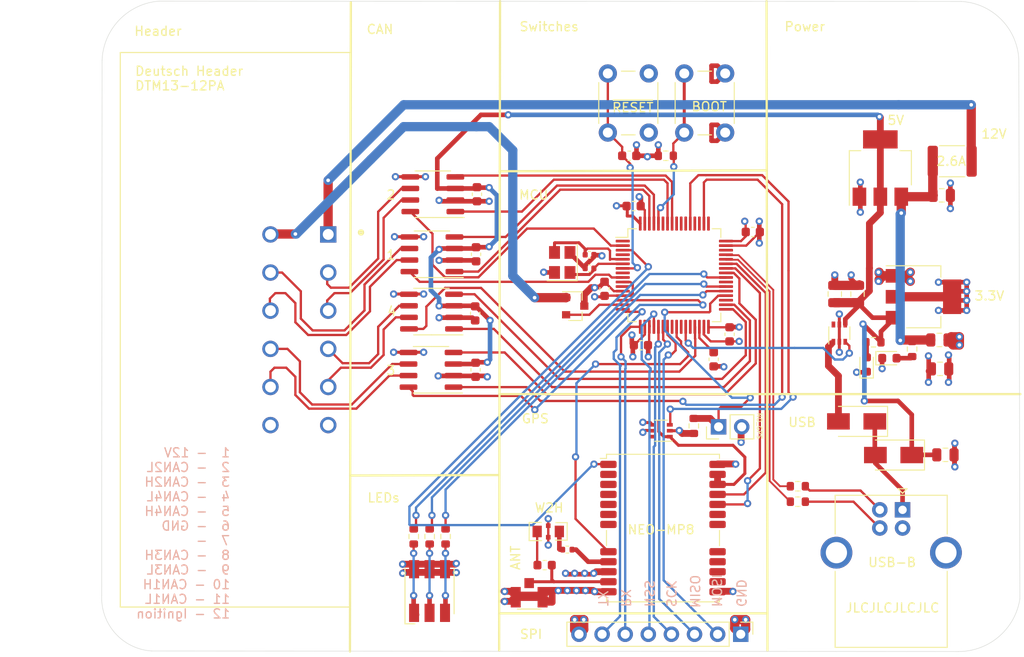
<source format=kicad_pcb>
(kicad_pcb (version 20210424) (generator pcbnew)
  (layers (0 "F.Cu" signal) (1 "In1.Cu" power) (2 "In2.Cu" power) (31 "B.Cu" signal) (34 "B.Paste" user) (35 "F.Paste" user) (36 "B.SilkS" user "B.Silkscreen") (37 "F.SilkS" user "F.Silkscreen") (38 "B.Mask" user) (39 "F.Mask" user) (44 "Edge.Cuts" user))
  (net 0 "")
  (net 1 "+12V")
  (net 2 "GND")
  (net 3 "+5V")
  (net 4 "Net-(C10-Pad1)")
  (net 5 "Net-(C12-Pad1)")
  (net 6 "Net-(D1-Pad2)")
  (net 7 "Net-(F1-Pad2)")
  (net 8 "Net-(J1-Pad3)")
  (net 9 "Net-(J1-Pad2)")
  (net 10 "IGNITION")
  (net 11 "CAN3+")
  (net 12 "CAN3-")
  (net 13 "CAN4-")
  (net 14 "CAN4+")
  (net 15 "CAN2-")
  (net 16 "CAN2+")
  (net 17 "CAN1-")
  (net 18 "CAN1+")
  (net 19 "SPI_MISO")
  (net 20 "RF_IN")
  (net 21 "VCC_RF")
  (net 22 "LED_BLUE")
  (net 23 "LED_GREEN")
  (net 24 "LED_RED")
  (net 25 "BOOT")
  (net 26 "USB-")
  (net 27 "USB+")
  (net 34 "~GPS_BOOT~")
  (net 41 "GPS_TX")
  (net 42 "GPS_RX")
  (net 43 "V_GPS")
  (net 44 "Net-(C13-Pad2)")
  (net 45 "GPS_LOAD")
  (net 46 "Net-(D2-Pad3)")
  (net 47 "Net-(D2-Pad2)")
  (net 48 "Net-(D2-Pad1)")
  (net 49 "Net-(D3-Pad2)")
  (net 50 "Net-(D4-Pad2)")
  (net 52 "USB_LOAD")
  (net 53 "VBUS")
  (net 55 "CAN4_TX")
  (net 56 "CAN4_RX")
  (net 57 "~CAN4_EN~")
  (net 58 "CAN3_TX")
  (net 60 "CAN3_RX")
  (net 64 "SPI_MOSI")
  (net 65 "SPI_SCK")
  (net 66 "SPI_NSS")
  (net 67 "UART_RX")
  (net 68 "UART_TX")
  (net 70 "~CAN3_EN~")
  (net 72 "CAN2_TX")
  (net 74 "CAN2_RX")
  (net 76 "~CAN2_EN~")
  (net 77 "CAN1_TX")
  (net 78 "CAN1_RX")
  (net 79 "~CAN1_EN~")
  (net 80 "~GPS_EN~")
  (net 81 "~RST~")
  (net 92 "Net-(FL1-Pad1)")
  (net 93 "Net-(FL1-Pad2)")
  (net 94 "Net-(Q1-Pad2)")
  (net 95 "+3V3")
  (net 96 "~NO_GPS~")
  (footprint "Capacitor_SMD:C_0805_2012Metric" (layer "F.Cu") (at 171.3 89.1 90)
    (fp_text reference "C5")
    (fp_text value "10u")
  )
  (footprint "Package_SO:SOIC-8_3.9x4.9mm_P1.27mm" (layer "F.Cu") (at 127.012687 84.728545 180)
    (fp_text reference "U7")
    (fp_text value "TJA1042T-3")
  )
  (footprint "raccoon:W2H15C4738AT1A" (layer "F.Cu") (at 139.8 115.2 180)
    (fp_text reference "FL1")
    (fp_text value "W2H")
  )
  (footprint "Diode_SMD:D_SMA" (layer "F.Cu") (at 177.762687 106.8 180)
    (fp_text reference "D1")
    (fp_text value "D_Schottky")
  )
  (footprint "Capacitor_SMD:C_0603_1608Metric" (layer "F.Cu") (at 149.987687 94.728545 180)
    (fp_text reference "C18")
    (fp_text value "100n")
  )
  (footprint "Diode_SMD:D_SMA" (layer "F.Cu") (at 173.7 103.1 180)
    (fp_text reference "D5")
    (fp_text value "D_Schottky")
  )
  (footprint "Capacitor_SMD:C_0603_1608Metric" (layer "F.Cu") (at 131.812687 97.428545 90)
    (fp_text reference "C21")
    (fp_text value "100n")
  )
  (footprint "Capacitor_SMD:C_0402_1005Metric" (layer "F.Cu") (at 144.337687 86.278545 180)
    (fp_text reference "C12")
    (fp_text value "10p")
  )
  (footprint "Connector_PinHeader_2.54mm:PinHeader_1x08_P2.54mm_Vertical" (layer "F.Cu") (at 160.96 126.5 -90)
    (fp_text reference "J4")
    (fp_text value "Conn_01x08_Female")
  )
  (footprint "Button_Switch_THT:SW_PUSH_6mm_H8mm" (layer "F.Cu") (at 150.85 64.85 -90)
    (fp_text reference "SW1")
    (fp_text value "SW_SPST")
  )
  (footprint "Package_TO_SOT_SMD:SOT-223-3_TabPin2" (layer "F.Cu") (at 181.05 89.4)
    (fp_text reference "U4")
    (fp_text value "AMS1117-3.3")
  )
  (footprint "Resistor_SMD:R_0603_1608Metric" (layer "F.Cu") (at 167.237687 110.228545 180)
    (fp_text reference "R2")
    (fp_text value "22")
  )
  (footprint "Button_Switch_THT:SW_PUSH_6mm_H8mm" (layer "F.Cu") (at 159.25 64.85 -90)
    (fp_text reference "SW2")
    (fp_text value "SW_SPST")
  )
  (footprint "Capacitor_SMD:C_0805_2012Metric" (layer "F.Cu") (at 182.8 94.15 180)
    (fp_text reference "C6")
    (fp_text value "10u")
  )
  (footprint "Capacitor_SMD:C_0603_1608Metric" (layer "F.Cu") (at 131.962687 78.128545 90)
    (fp_text reference "C19")
    (fp_text value "100n")
  )
  (footprint "LED_SMD:LED_RGB_5050-6" (layer "F.Cu") (at 126.75 121.75 90)
    (fp_text reference "D2")
    (fp_text value "LED_RGB")
  )
  (footprint "Connector_USB:USB_B_OST_USB-B1HSxx_Horizontal" (layer "F.Cu") (at 178.75 112.8225 -90)
    (fp_text reference "J1")
    (fp_text value "USB_B")
  )
  (footprint "Resistor_SMD:R_0603_1608Metric" (layer "F.Cu") (at 125.012687 115.753545 90)
    (fp_text reference "R5")
    (fp_text value "100")
  )
  (footprint "Resistor_SMD:R_0603_1608Metric" (layer "F.Cu") (at 155.8 103.6 90)
    (fp_text reference "R3")
    (fp_text value "10k")
  )
  (footprint "Capacitor_SMD:C_0603_1608Metric" (layer "F.Cu") (at 145.987687 88.528545 90)
    (fp_text reference "C15")
    (fp_text value "100n")
  )
  (footprint "kicad-footprints:TE_DTM13-12PA" (layer "F.Cu") (at 102.912687 93.028545 -90)
    (fp_text reference "J3")
    (fp_text value "DTM13-12PA")
  )
  (footprint "LED_SMD:LED_0603_1608Metric" (layer "F.Cu") (at 174.8 96.85 90)
    (fp_text reference "D3")
    (fp_text value "GREEN")
  )
  (footprint "Package_TO_SOT_SMD:SOT-363_SC-70-6" (layer "F.Cu") (at 171.8 93.4 90)
    (fp_text reference "U1")
    (fp_text value "SiP32431DR3")
  )
  (footprint "kicad-footprints:HRS_U.FL-R-SMT(01)" (layer "F.Cu") (at 137.7 122.428545 180)
    (fp_text reference "J2")
    (fp_text value "U.FL-R-SMT(01)")
  )
  (footprint "Connector_PinHeader_2.54mm:PinHeader_1x02_P2.54mm_Vertical" (layer "F.Cu") (at 158.525 103.7 90)
    (fp_text reference "J5")
    (fp_text value "Conn_01x02_Female")
  )
  (footprint "Package_SO:SOIC-8_3.9x4.9mm_P1.27mm" (layer "F.Cu") (at 126.962687 91.028545 180)
    (fp_text reference "U10")
    (fp_text value "TJA1042T-3")
  )
  (footprint "Capacitor_SMD:C_0603_1608Metric" (layer "F.Cu") (at 131.762687 91.228545 90)
    (fp_text reference "C22")
    (fp_text value "100n")
  )
  (footprint "Capacitor_SMD:C_0603_1608Metric" (layer "F.Cu") (at 131.862687 84.728545 90)
    (fp_text reference "C20")
    (fp_text value "100n")
  )
  (footprint "Package_SO:SOIC-8_3.9x4.9mm_P1.27mm" (layer "F.Cu") (at 127.112687 78.128545 180)
    (fp_text reference "U8")
    (fp_text value "TJA1042T-3")
  )
  (footprint "Capacitor_SMD:C_0603_1608Metric" (layer "F.Cu") (at 159.737687 93.528545 -90)
    (fp_text reference "C16")
    (fp_text value "100n")
  )
  (footprint "Resistor_SMD:R_0603_1608Metric" (layer "F.Cu") (at 179.8 95.15 -90)
    (fp_text reference "R9")
    (fp_text value "4.7k")
  )
  (footprint "RF_GPS:ublox_NEO" (layer "F.Cu") (at 152.412687 114.828545)
    (fp_text reference "U11")
    (fp_text value "NEO-M8P")
  )
  (footprint "Capacitor_SMD:C_0805_2012Metric" (layer "F.Cu") (at 183.462687 106.778545 180)
    (fp_text reference "C3")
    (fp_text value "10u")
  )
  (footprint "Crystal:Crystal_SMD_3225-4Pin_3.2x2.5mm" (layer "F.Cu") (at 141.337687 85.628545 90)
    (fp_text reference "Y1")
    (fp_text value "16MHz")
  )
  (footprint "Capacitor_SMD:C_0805_2012Metric" (layer "F.Cu") (at 183.057511 78.25)
    (fp_text reference "C4")
    (fp_text value "10u")
  )
  (footprint "Package_TO_SOT_SMD:SOT-23" (layer "F.Cu") (at 142.762687 90.428545)
    (fp_text reference "Q1")
    (fp_text value "Q_NMOS_GSD")
  )
  (footprint "Package_SO:SOIC-8_3.9x4.9mm_P1.27mm" (layer "F.Cu") (at 126.912687 97.428545 180)
    (fp_text reference "U9")
    (fp_text value "TJA1042T-3")
  )
  (footprint "Capacitor_SMD:C_0805_2012Metric" (layer "F.Cu") (at 182.875 97.325 180)
    (fp_text reference "C9")
    (fp_text value "10u")
  )
  (footprint "Capacitor_SMD:C_0805_2012Metric" (layer "F.Cu") (at 173.8 89.1 90)
    (fp_text reference "C8")
    (fp_text value "10u")
  )
  (footprint "Resistor_SMD:R_0603_1608Metric" (layer "F.Cu") (at 152.725 73.9)
    (fp_text reference "R4")
    (fp_text value "10k")
  )
  (footprint "Resistor_SMD:R_0402_1005Metric" (layer "F.Cu") (at 141.9 117.2 180)
    (fp_text reference "R10")
    (fp_text value "10")
  )
  (footprint "Resistor_SMD:R_0603_1608Metric" (layer "F.Cu") (at 167.237687 111.928545)
    (fp_text reference "R1")
    (fp_text value "22")
  )
  (footprint "Capacitor_SMD:C_0603_1608Metric" (layer "F.Cu") (at 162.287687 82.278545)
    (fp_text reference "C17")
    (fp_text value "100n")
  )
  (footprint "Capacitor_SMD:C_0603_1608Metric" (layer "F.Cu") (at 157.987687 96.278545 90)
    (fp_text reference "C13")
    (fp_text value "4.7u")
  )
  (footprint "LED_SMD:LED_0603_1608Metric" (layer "F.Cu") (at 177.3 96.15)
    (fp_text reference "D4")
    (fp_text value "RED")
  )
  (footprint "Capacitor_SMD:C_0603_1608Metric" (layer "F.Cu") (at 148.7 73.9)
    (fp_text reference "C11")
    (fp_text value "100n")
  )
  (footprint "Capacitor_SMD:C_0603_1608Metric" (layer "F.Cu") (at 149.187687 79.428545)
    (fp_text reference "C14")
    (fp_text value "100n")
  )
  (footprint "Package_TO_SOT_SMD:SOT-363_SC-70-6" (layer "F.Cu") (at 152.212687 104.128545 180)
    (fp_text reference "U2")
    (fp_text value "SiP32431DR3")
  )
  (footprint "Package_QFP:LQFP-64_10x10mm_P0.5mm" (layer "F.Cu") (at 153.662687 87.028545)
    (fp_text reference "U6")
    (fp_text value "STM32F413RGT6")
  )
  (footprint "Capacitor_SMD:C_0402_1005Metric" (layer "F.Cu") (at 144.337687 84.778545)
    (fp_text reference "C10")
    (fp_text value "10p")
  )
  (footprint "Resistor_SMD:R_0603_1608Metric" (layer "F.Cu") (at 126.762687 115.753545 90)
    (fp_text reference "R6")
    (fp_text value "100")
  )
  (footprint "Fuse:Fuse_1812_4532Metric" (layer "F.Cu") (at 184.207511 74.5)
    (fp_text reference "F1")
    (fp_text value "2.6A")
  )
  (footprint "Package_TO_SOT_SMD:SOT-223-3_TabPin2" (layer "F.Cu") (at 176.307511 75.25 90)
    (fp_text reference "U3")
    (fp_text value "AMS1117-5.0")
  )
  (footprint "Resistor_SMD:R_0603_1608Metric" (layer "F.Cu") (at 175.55 94.4 180)
    (fp_text reference "R8")
    (fp_text value "820")
  )
  (footprint "Resistor_SMD:R_0603_1608Metric" (layer "F.Cu") (at 128.512687 115.753545 90)
    (fp_text reference "R7")
    (fp_text value "100")
  )
  (footprint "Inductor_SMD:L_0603_1608Metric" (layer "F.Cu") (at 139.4 118.9 180)
    (fp_text reference "L1")
    (fp_text value "27 nH")
  )
  (gr_line (start 163.8 124.2) (end 134.4 124.2) (layer "F.SilkS") (width 0.25))
  (gr_line (start 134.4 128.3) (end 134.5 56.9) (layer "F.SilkS") (width 0.25))
  (gr_line (start 118.025 109.05) (end 134.4 109) (layer "F.SilkS") (width 0.25))
  (gr_line (start 134.45 75.6) (end 163.8 75.5) (layer "F.SilkS") (width 0.25))
  (gr_line (start 118 128.4) (end 118.1 57) (layer "F.SilkS") (width 0.25))
  (gr_line (start 163.9 128.3) (end 163.8 56.9) (layer "F.SilkS") (width 0.25))
  (gr_line (start 134.4 100.1) (end 191.7 100.1) (layer "F.SilkS") (width 0.25))
  (gr_arc (start 96.576136 122.479679) (end 96.2 128.340091) (angle 88.66588106) (layer "Edge.Cuts") (width 0.05))
  (gr_arc (start 184.899903 121.572087) (end 184.9 128.4) (angle -81.34063404) (layer "Edge.Cuts") (width 0.05))
  (gr_arc (start 97.537251 63.671395) (end 90.75 63.4) (angle 83.17377477) (layer "Edge.Cuts") (width 0.05))
  (gr_line (start 90.75 63.4) (end 90.708556 122.240091) (layer "Edge.Cuts") (width 0.05))
  (gr_arc (start 184.826373 63.635113) (end 191.531864 63.36669) (angle -84.35651435) (layer "Edge.Cuts") (width 0.05))
  (gr_line (start 96.2 128.340091) (end 184.9 128.4) (layer "Edge.Cuts") (width 0.05))
  (gr_line (start 185.218657 56.935728) (end 97 56.9) (layer "Edge.Cuts") (width 0.05))
  (gr_line (start 191.649999 122.6) (end 191.531864 63.36669) (layer "Edge.Cuts") (width 0.05))
  (gr_text "TX" (at 145.8 123.5 270) (layer "B.SilkS") (effects (font (size 1 1)) (justify left mirror)))
  (gr_text "SCK" (at 153.3 123.6 270) (layer "B.SilkS") (effects (font (size 1 1)) (justify left mirror)))
  (gr_text "MOSI" (at 158.3 123.6 270) (layer "B.SilkS") (effects (font (size 1 1)) (justify left mirror)))
  (gr_text "GND" (at 161 123.6 270) (layer "B.SilkS") (effects (font (size 1 1)) (justify left mirror)))
  (gr_text "MISO" (at 155.9 123.7 270) (layer "B.SilkS") (effects (font (size 1 1)) (justify left mirror)))
  (gr_text "1  - 12V\n2  - CAN2L\n3  - CAN2H\n4  - CAN4L\n5  - CAN4H\n6  - GND\n7  - \n8  - CAN3H\n9  - CAN3L\n10 - CAN1H\n11 - CAN1L\n12 - Ignition" (at 104.9 115.4) (layer "B.SilkS") (effects (font (size 1 1)) (justify left mirror)))
  (gr_text "RX" (at 148.3 123.6 270) (layer "B.SilkS") (effects (font (size 1 1)) (justify left mirror)))
  (gr_text "NSS" (at 150.9 123.6 270) (layer "B.SilkS") (effects (font (size 1 1)) (justify left mirror)))
  (gr_text "MCU" (at 138.2 78.2) (layer "F.SilkS") (effects (font (size 1 1))))
  (gr_text "USB" (at 167.7 103.2) (layer "F.SilkS") (effects (font (size 1 1))))
  (gr_text "GPS" (at 136.8 102.8) (layer "F.SilkS") (effects (font (size 1 1)) (justify left)))
  (gr_text "5V" (at 178.007511 70) (layer "F.SilkS") (effects (font (size 1 1))))
  (gr_text "BOOT" (at 157.5 68.5) (layer "F.SilkS") (effects (font (size 1 1))))
  (gr_text "~NO_GPS~" (at 163 103.6 270) (layer "F.SilkS") (effects (font (size 0.5 0.5) (thickness 0.075))))
  (gr_text "Switches" (at 139.9 59.7) (layer "F.SilkS") (effects (font (size 1 1))))
  (gr_text "1\n" (at 122.5 84.8) (layer "F.SilkS") (effects (font (size 1 1))))
  (gr_text "W2H" (at 139.9 112.6) (layer "F.SilkS") (effects (font (size 1 1))))
  (gr_text "SPI" (at 136.6 126.5) (layer "F.SilkS") (effects (font (size 1 1)) (justify left)))
  (gr_text "LEDs\n" (at 121.7 111.5) (layer "F.SilkS") (effects (font (size 1 1))))
  (gr_text "Header" (at 96.9 60.2) (layer "F.SilkS") (effects (font (size 1 1))))
  (gr_text "Power" (at 168 59.7) (layer "F.SilkS") (effects (font (size 1 1))))
  (gr_text "~RESET~" (at 149.1 68.6) (layer "F.SilkS") (effects (font (size 1 1))))
  (gr_text "2.6A" (at 184.107511 74.5) (layer "F.SilkS") (effects (font (size 1 1))))
  (gr_text "Deutsch Header\nDTM13-12PA" (at 94.3 65.4) (layer "F.SilkS") (effects (font (size 1 1)) (justify left)))
  (gr_text "2" (at 122.5 78.2) (layer "F.SilkS") (effects (font (size 1 1))))
  (gr_text "JLCJLCJLCJLC" (at 172.4 123.6) (layer "F.SilkS") (effects (font (size 1 1)) (justify left)))
  (gr_text "12V" (at 188.807511 71.5) (layer "F.SilkS") (effects (font (size 1 1))))
  (gr_text "3.3V" (at 188.3 89.3) (layer "F.SilkS") (effects (font (size 1 1))))
  (gr_text "ANT" (at 136.2 118.1 90) (layer "F.SilkS") (effects (font (size 1 1))))
  (gr_text "\nNEO-MP8" (at 152.2 114.2) (layer "F.SilkS") (effects (font (size 1 1))))
  (gr_text "4" (at 122.6 91) (layer "F.SilkS") (effects (font (size 1 1))))
  (gr_text "CAN" (at 121.3 60) (layer "F.SilkS") (effects (font (size 1 1))))
  (gr_text "3" (at 122.5 97.5) (layer "F.SilkS") (effects (font (size 1 1))))
  (gr_text "USB-B" (at 177.6 118.6) (layer "F.SilkS") (effects (font (size 1 1))))
  (segment (start 182.070011 78.2125) (end 182.107511 78.25) (width 1.016) (layer "F.Cu") (net 1))
  (segment (start 181.85 94.15) (end 178.55 94.15) (width 1.016) (layer "F.Cu") (net 1))
  (segment (start 178.607511 80.2) (end 178.607511 78.4) (width 1.016) (layer "F.Cu") (net 1))
  (segment (start 178.55 94.15) (end 178.5 94.2) (width 1.016) (layer "F.Cu") (net 1))
  (segment (start 182.070011 74.5) (end 182.070011 78.2125) (width 1.016) (layer "F.Cu") (net 1))
  (segment (start 178.607511 78.4) (end 181.957511 78.4) (width 1.016) (layer "F.Cu") (net 1))
  (segment (start 181.957511 78.4) (end 182.107511 78.25) (width 1.016) (layer "F.Cu") (net 1))
  (via (at 178.5 94.2) (size 0.8) (drill 0.4) (layers "F.Cu" "B.Cu") (net 1))
  (via (at 178.607511 80.2) (size 0.8) (drill 0.4) (layers "F.Cu" "B.Cu") (net 1))
  (segment (start 178.492489 94.192489) (end 178.492489 80.315022) (width 1.016) (layer "B.Cu") (net 1))
  (segment (start 178.492489 80.315022) (end 178.607511 80.2) (width 1.016) (layer "B.Cu") (net 1))
  (segment (start 178.5 94.2) (end 178.492489 94.192489) (width 1.016) (layer "B.Cu") (net 1))
  (segment (start 123.95 119.7) (end 123.85 119.8) (width 0.75) (layer "F.Cu") (net 2))
  (segment (start 144.817687 85.008545) (end 144.817687 84.778545) (width 0.508) (layer "F.Cu") (net 2))
  (segment (start 140.325 121.678545) (end 144.712687 121.678545) (width 0.75) (layer "F.Cu") (net 2))
  (segment (start 177.9 87.1) (end 176.6 87.1) (width 1.016) (layer "F.Cu") (net 2))
  (segment (start 161.5 125.96) (end 160.96 126.5) (width 1.016) (layer "F.Cu") (net 2))
  (segment (start 177.9 87.1) (end 176.5 87.1) (width 1.016) (layer "F.Cu") (net 2))
  (segment (start 143.912687 90.278545) (end 143.762687 90.428545) (width 0.254) (layer "F.Cu") (net 2))
  (segment (start 179.2 87.1) (end 179.6 86.7) (width 1.016) (layer "F.Cu") (net 2))
  (segment (start 150.412687 79.878545) (end 149.962687 79.428545) (width 0.254) (layer "F.Cu") (net 2))
  (segment (start 176.18204 86.78204) (end 176.18204 86.7) (width 1.016) (layer "F.Cu") (net 2))
  (segment (start 144.712687 121.678545) (end 144.862687 121.828545) (width 0.75) (layer "F.Cu") (net 2))
  (segment (start 184.462687 106.828545) (end 184.412687 106.778545) (width 0.508) (layer "F.Cu") (net 2))
  (segment (start 147.012687 88.778545) (end 145.987687 87.753545) (width 0.254) (layer "F.Cu") (net 2))
  (segment (start 160.662687 94.303545) (end 160.687687 94.328545) (width 0.254) (layer "F.Cu") (net 2))
  (segment (start 160.3 124.9) (end 160.3 125.84) (width 1.016) (layer "F.Cu") (net 2))
  (segment (start 123.85 118.8) (end 129.55 118.8) (width 0.75) (layer "F.Cu") (net 2))
  (segment (start 174.7375 97.7) (end 174.8 97.6375) (width 0.508) (layer "F.Cu") (net 2))
  (segment (start 135.675 122.878545) (end 136.225 122.328545) (width 0.75) (layer "F.Cu") (net 2))
  (segment (start 171.8 94.35) (end 171.8 92.45) (width 0.33) (layer "F.Cu") (net 2))
  (segment (start 157.662779 94.303545) (end 156.889207 93.529973) (width 0.254) (layer "F.Cu") (net 2))
  (segment (start 181.8 97.45) (end 181.675 97.575) (width 0.75) (layer "F.Cu") (net 2))
  (segment (start 139.8 115.835) (end 139.8 114.565) (width 0.254) (layer "F.Cu") (net 2))
  (segment (start 144.521832 88.4) (end 143.762687 89.159145) (width 0.75) (layer "F.Cu") (net 2))
  (segment (start 154.525 104.425) (end 154.2 104.1) (width 0.75) (layer "F.Cu") (net 2))
  (segment (start 173.05 87.05) (end 173.05 87.4) (width 0.508) (layer "F.Cu") (net 2))
  (segment (start 177.9 87.1) (end 179 87.1) (width 1.016) (layer "F.Cu") (net 2))
  (segment (start 171.8 95.35) (end 171.8 94.35) (width 0.33) (layer "F.Cu") (net 2))
  (segment (start 139.8 114.565) (end 139.8 113.5) (width 0.254) (layer "F.Cu") (net 2))
  (segment (start 160.3 125.84) (end 160.96 126.5) (width 1.016) (layer "F.Cu") (net 2))
  (segment (start 127.9 78.9) (end 133.3 78.9) (width 0.508) (layer "F.Cu") (net 2))
  (segment (start 158.962687 97.053545) (end 158.987687 97.028545) (width 0.508) (layer "F.Cu") (net 2))
  (segment (start 158.462687 121.778545) (end 158.412687 121.828545) (width 0.75) (layer "F.Cu") (net 2))
  (segment (start 149.1 95.8) (end 149.1 94.841232) (width 0.508) (layer "F.Cu") (net 2))
  (segment (start 157.987687 97.053545) (end 158.962687 97.053545) (width 0.508) (layer "F.Cu") (net 2))
  (segment (start 160.112687 121.778545) (end 158.462687 121.778545) (width 0.75) (layer "F.Cu") (net 2))
  (segment (start 184.462687 105.578545) (end 184.462687 106.728545) (width 0.508) (layer "F.Cu") (net 2))
  (segment (start 150.412687 81.353545) (end 150.412687 79.878545) (width 0.254) (layer "F.Cu") (net 2))
  (segment (start 149.212687 94.728545) (end 149.237595 94.728545) (width 0.254) (layer "F.Cu") (net 2))
  (segment (start 163.062687 82.278545) (end 161.562687 83.778545) (width 0.254) (layer "F.Cu") (net 2))
  (segment (start 159.737687 94.303545) (end 157.662779 94.303545) (width 0.254) (layer "F.Cu") (net 2))
  (segment (start 158.462687 107.778545) (end 158.412687 107.828545) (width 0.75) (layer "F.Cu") (net 2))
  (segment (start 159.737687 94.303545) (end 160.662687 94.303545) (width 0.254) (layer "F.Cu") (net 2))
  (segment (start 154.162687 104.128545) (end 153.162687 104.128545) (width 0.33) (layer "F.Cu") (net 2))
  (segment (start 163 81.1) (end 163 83.5) (width 0.508) (layer "F.Cu") (net 2))
  (segment (start 144.987687 88.328545) (end 145.412687 88.328545) (width 0.508) (layer "F.Cu") (net 2))
  (segment (start 129.65 119.7) (end 123.95 119.7) (width 0.75) (layer "F.Cu") (net 2))
  (segment (start 133 98.1) (end 133.1 98.2) (width 0.508) (layer "F.Cu") (net 2))
  (segment (start 140.325 121.678545) (end 139.825 121.678545) (width 0.75) (layer "F.Cu") (net 2))
  (segment (start 171.8 91.45) (end 171.8 92.45) (width 0.33) (layer "F.Cu") (net 2))
  (segment (start 149.237595 94.728545) (end 150.412687 93.553453) (width 0.254) (layer "F.Cu") (net 2))
  (segment (start 173.05 87.4) (end 173.8 88.15) (width 0.508) (layer "F.Cu") (net 2))
  (segment (start 139.825 122.978545) (end 139.175 122.328545) (width 0.75) (layer "F.Cu") (net 2))
  (segment (start 142.187687 84.608545) (end 143.857687 86.278545) (width 0.508) (layer "F.Cu") (net 2))
  (segment (start 160.3 124.9) (end 161.5 124.9) (width 1.016) (layer "F.Cu") (net 2))
  (segment (start 149.5 72.7) (end 149.5 73.875) (width 0.508) (layer "F.Cu") (net 2))
  (segment (start 131.459142 91.7) (end 131.762687 92.003545) (width 0.508) (layer "F.Cu") (net 2))
  (segment (start 156.889207 92.727025) (end 156.912687 92.703545) (width 0.254) (layer "F.Cu") (net 2))
  (segment (start 184.462687 105.578545) (end 184.462687 108.078545) (width 0.508) (layer "F.Cu") (net 2))
  (segment (start 127.8 78.8) (end 127.9 78.9) (width 0.508) (layer "F.Cu") (net 2))
  (segment (start 141.6 119.9) (end 144.787732 119.9) (width 0.508) (layer "F.Cu") (net 2))
  (segment (start 161.562687 83.778545) (end 159.337687 83.778545) (width 0.254) (layer "F.Cu") (net 2))
  (segment (start 176.5 97.3) (end 176.5 96.1625) (width 0.508) (layer "F.Cu") (net 2))
  (segment (start 176.5 96.1625) (end 176.5125 96.15) (width 0.508) (layer "F.Cu") (net 2))
  (segment (start 160.412687 107.778545) (end 158.462687 107.778545) (width 0.75) (layer "F.Cu") (net 2))
  (segment (start 145.059187 119.628545) (end 146.412687 119.628545) (width 0.75) (layer "F.Cu") (net 2))
  (segment (start 145.587687 84.828545) (end 144.867687 84.828545) (width 0.508) (layer "F.Cu") (net 2))
  (segment (start 174.107511 76.8) (end 174.107511 80.1) (width 0.508) (layer "F.Cu") (net 2))
  (segment (start 136.225 122.328545) (end 139.175 122.328545) (width 1.016) (layer "F.Cu") (net 2))
  (segment (start 185 94.7) (end 185 93.8) (width 1.016) (layer "F.Cu") (net 2))
  (segment (start 135.675 121.778545) (end 136.225 122.328545) (width 0.75) (layer "F.Cu") (net 2))
  (segment (start 144.862687 121.828545) (end 146.412687 121.828545) (width 0.75) (layer "F.Cu") (net 2))
  (segment (start 129.55 118.8) (end 129.65 118.7) (width 0.75) (layer "F.Cu") (net 2))
  (segment (start 156.889207 93.529973) (end 156.889207 92.727025) (width 0.254) (layer "F.Cu") (net 2))
  (segment (start 149.987687 79.403545) (end 149.962687 79.428545) (width 0.508) (layer "F.Cu") (net 2))
  (segment (start 176.5 87.1) (end 176.18204 86.78204) (width 1.016) (layer "F.Cu") (net 2))
  (segment (start 148.987687 94.503545) (end 149.212687 94.728545) (width 0.508) (layer "F.Cu") (net 2))
  (segment (start 145.412687 88.328545) (end 145.987687 87.753545) (width 0.508) (layer "F.Cu") (net 2))
  (segment (start 149.475 73.9) (end 151.9 73.9) (width 0.508) (layer "F.Cu") (net 2))
  (segment (start 151.9 72.7) (end 151.9 73.9) (width 0.508) (layer "F.Cu") (net 2))
  (segment (start 177.9 87.1) (end 179.2 87.1) (width 1.016) (layer "F.Cu") (net 2))
  (segment (start 127.7 98.1) (end 133 98.1) (width 0.508) (layer "F.Cu") (net 2))
  (segment (start 161.5 124.9) (end 161.5 125.96) (width 1.016) (layer "F.Cu") (net 2))
  (segment (start 150.497856 104.093554) (end 151.062687 104.093554) (width 0.33) (layer "F.Cu") (net 2))
  (segment (start 176.6 87.1) (end 176.18204 87.51796) (width 1.016) (layer "F.Cu") (net 2))
  (segment (start 127.8 85.4) (end 131.759142 85.4) (width 0.508) (layer "F.Cu") (net 2))
  (segment (start 143.762687 89.159145) (end 143.762687 90.428545) (width 0.75) (layer "F.Cu") (net 2))
  (segment (start 184.1 93.8) (end 183.75 94.15) (width 1.016) (layer "F.Cu") (net 2))
  (segment (start 144.9 88.4) (end 144.521832 88.4) (width 0.75) (layer "F.Cu") (net 2))
  (segment (start 140.225 121.778545) (end 140.325 121.678545) (width 0.75) (layer "F.Cu") (net 2))
  (segment (start 155.8 104.425) (end 154.525 104.425) (width 0.75) (layer "F.Cu") (net 2))
  (segment (start 149.1 94.841232) (end 149.212687 94.728545) (width 0.508) (layer "F.Cu") (net 2))
  (segment (start 176.45 96.2125) (end 176.5125 96.15) (width 0.508) (layer "F.Cu") (net 2))
  (segment (start 184.462687 108.078545) (end 184.462687 106.828545) (width 0.508) (layer "F.Cu") (net 2))
  (segment (start 143.857687 85.968545) (end 144.817687 85.008545) (width 0.508) (layer "F.Cu") (net 2))
  (segment (start 134.925 121.778545) (end 135.675 121.778545) (width 0.75) (layer "F.Cu") (net 2))
  (segment (start 140.225 122.978545) (end 140.225 121.778545) (width 0.75) (layer "F.Cu") (net 2))
  (segment (start 144.787732 119.9) (end 144.812687 119.875045) (width 0.508) (layer "F.Cu") (net 2))
  (segment (start 179 87.1) (end 179.6 87.7) (width 1.016) (layer "F.Cu") (net 2))
  (segment (start 149.5 73.875) (end 149.475 73.9) (width 0.508) (layer "F.Cu") (net 2))
  (segment (start 127.8 91.7) (end 131.459142 91.7) (width 0.508) (layer "F.Cu") (net 2))
  (segment (start 184.3 94.7) (end 183.75 94.15) (width 1.016) (layer "F.Cu") (net 2))
  (segment (start 140.225 122.978545) (end 139.825 122.978545) (width 0.75) (layer "F.Cu") (net 2))
  (segment (start 184.462687 106.728545) (end 184.412687 106.778545) (width 0.508) (layer "F.Cu") (net 2))
  (segment (start 148.987687 93.628545) (end 148.987687 94.503545) (width 0.508) (layer "F.Cu") (net 2))
  (segment (start 174 87.95) (end 173.8 88.15) (width 0.75) (layer "F.Cu") (net 2))
  (segment (start 150.281561 104.309849) (end 150.497856 104.093554) (width 0.33) (layer "F.Cu") (net 2))
  (segment (start 139.387687 86.728545) (end 140.487687 86.728545) (width 0.508) (layer "F.Cu") (net 2))
  (segment (start 139.8 115.835) (end 139.8 116.8) (width 0.254) (layer "F.Cu") (net 2))
  (segment (start 143.857687 86.278545) (end 143.857687 85.968545) (width 0.508) (layer "F.Cu") (net 2))
  (segment (start 139.825 121.678545) (end 139.175 122.328545) (width 0.75) (layer "F.Cu") (net 2))
  (segment (start 184.007511 76.9) (end 184.007511 79.6) (width 0.508) (layer "F.Cu") (net 2))
  (segment (start 173.7 97.7) (end 174.7375 97.7) (width 0.508) (layer "F.Cu") (net 2))
  (segment (start 185 94.7) (end 184.3 94.7) (width 1.016) (layer "F.Cu") (net 2))
  (segment (start 150.412687 93.553453) (end 150.412687 92.703545) (width 0.254) (layer "F.Cu") (net 2))
  (segment (start 134.925 122.878545) (end 135.675 122.878545) (width 0.75) (layer "F.Cu") (net 2))
  (segment (start 185 93.8) (end 184.1 93.8) (width 1.016) (layer "F.Cu") (net 2))
  (segment (start 131.759142 85.4) (end 131.862687 85.503545) (width 0.508) (layer "F.Cu") (net 2))
  (segment (start 147.987687 88.778545) (end 147.012687 88.778545) (width 0.254) (layer "F.Cu") (net 2))
  (segment (start 171.3 87.05) (end 171.3 88.15) (width 0.75) (layer "F.Cu") (net 2))
  (segment (start 181.625 96.025) (end 181.625 98.925) (width 0.508) (layer "F.Cu") (net 2))
  (segment (start 176.18204 87.51796) (end 176.18204 87.6) (width 1.016) (layer "F.Cu") (net 2))
  (segment (start 142.187687 84.528545) (end 142.187687 84.608545) (width 0.508) (layer "F.Cu") (net 2))
  (segment (start 144.867687 84.828545) (end 144.817687 84.778545) (width 0.508) (layer "F.Cu") (net 2))
  (segment (start 171.3 88.15) (end 173.8 88.15) (width 1.016) (layer "F.Cu") (net 2))
  (segment (start 149.987687 78.428545) (end 149.987687 79.403545) (width 0.508) (layer "F.Cu") (net 2))
  (via (at 149.1 96) (size 0.8) (drill 0.4) (layers "F.Cu" "B.Cu") (net 2))
  (via (at 181.6 98.8) (size 0.8) (drill 0.4) (layers "F.Cu" "B.Cu") (net 2))
  (via (at 150.7 74) (size 0.8) (drill 0.4) (layers "F.Cu" "B.Cu") (net 2))
  (via (at 127.8 91.7) (size 0.8) (drill 0.4) (layers "F.Cu" "B.Cu") (net 2))
  (via (at 139.8 116.7) (size 0.8) (drill 0.4) (layers "F.Cu" "B.Cu") (net 2))
  (via (at 133.3 78.9) (size 0.8) (drill 0.4) (layers "F.Cu" "B.Cu") (net 2))
  (via (at 184.5 105.5) (size 0.8) (drill 0.4) (layers "F.Cu" "B.Cu") (net 2))
  (via (at 184.007511 79.7) (size 0.8) (drill 0.4) (layers "F.Cu" "B.Cu") (net 2))
  (via (at 159.1 97.1) (size 0.8) (drill 0.4) (layers "F.Cu" "B.Cu") (net 2))
  (via (at 154.2 104.1) (size 0.8) (drill 0.4) (layers "F.Cu" "B.Cu") (net 2))
  (via (at 184.007511 76.9) (size 0.8) (drill 0.4) (layers "F.Cu" "B.Cu") (net 2))
  (via (at 139.3 86.7) (size 0.8) (drill 0.4) (layers "F.Cu" "B.Cu") (net 2))
  (via (at 149.5 72.7) (size 0.8) (drill 0.4) (layers "F.Cu" "B.Cu") (net 2))
  (via (at 143.9 121.7) (size 0.8) (drill 0.4) (layers "F.Cu" "B.Cu") (net 2))
  (via (at 123.787313 118.8) (size 0.8) (drill 0.4) (layers "F.Cu" "B.Cu") (net 2))
  (via (at 179.6 86.7) (size 0.8) (drill 0.4) (layers "F.Cu" "B.Cu") (net 2))
  (via (at 184.5 108.1) (size 0.8) (drill 0.4) (layers "F.Cu" "B.Cu") (net 2))
  (via (at 123.8 119.8) (size 0.8) (drill 0.4) (layers "F.Cu" "B.Cu") (net 2))
  (via (at 173.1 87) (size 0.8) (drill 0.4) (layers "F.Cu" "B.Cu") (net 2))
  (via (at 141.7 119.8) (size 0.8) (drill 0.4) (layers "F.Cu" "B.Cu") (net 2))
  (via (at 144.9 88.4) (size 0.8) (drill 0.4) (layers "F.Cu" "B.Cu") (net 2))
  (via (at 176.5 97.3) (size 0.8) (drill 0.4) (layers "F.Cu" "B.Cu") (net 2))
  (via (at 181.6 95.9) (size 0.8) (drill 0.4) (layers "F.Cu" "B.Cu") (net 2))
  (via (at 171.8 91.3) (size 0.8) (drill 0.4) (layers "F.Cu" "B.Cu") (net 2))
  (via (at 179.6 87.7) (size 0.8) (drill 0.4) (layers "F.Cu" "B.Cu") (net 2))
  (via (at 127.7 98.1) (size 0.8) (drill 0.4) (layers "F.Cu" "B.Cu") (net 2))
  (via (at 151.9 72.7) (size 0.8) (drill 0.4) (layers "F.Cu" "B.Cu") (net 2))
  (via (at 176.1 87.7) (size 0.8) (drill 0.4) (layers "F.Cu" "B.Cu") (net 2))
  (via (at 160.3 124.9) (size 0.8) (drill 0.4) (layers "F.Cu" "B.Cu") (net 2))
  (via (at 135 121.8) (size 0.8) (drill 0.4) (layers "F.Cu" "B.Cu") (net 2))
  (via (at 173.7 97.7) (size 0.8) (drill 0.4) (layers "F.Cu" "B.Cu") (net 2))
  (via (at 129.687313 119.721455) (size 0.8) (drill 0.4) (layers "F.Cu" "B.Cu") (net 2))
  (via (at 163 83.5) (size 0.8) (drill 0.4) (layers "F.Cu" "B.Cu") (net 2))
  (via (at 160.787698 94.3) (size 0.8) (drill 0.4) (layers "F.Cu" "B.Cu") (net 2))
  (via (at 171.3 87) (size 0.8) (drill 0.4) (layers "F.Cu" "B.Cu") (net 2))
  (via (at 160.1 121.8) (size 0.8) (drill 0.4) (layers "F.Cu" "B.Cu") (net 2))
  (via (at 142.7 119.8) (size 0.8) (drill 0.4) (layers "F.Cu" "B.Cu") (net 2))
  (via (at 185 94.7) (size 0.8) (drill 0.4) (layers "F.Cu" "B.Cu") (net 2))
  (via (at 144.8 119.8) (size 0.8) (drill 0.4) (layers "F.Cu" "B.Cu") (net 2))
  (via (at 174.107511 76.8) (size 0.8) (drill 0.4) (layers "F.Cu" "B.Cu") (net 2))
  (via (at 127.8 78.8) (size 0.8) (drill 0.4) (layers "F.Cu" "B.Cu") (net 2))
  (via (at 141.9 121.7) (size 0.8) (drill 0.4) (layers "F.Cu" "B.Cu") (net 2))
  (via (at 174.107511 80.1) (size 0.8) (drill 0.4) (layers "F.Cu" "B.Cu") (net 2))
  (via (at 149 93.6) (size 0.8) (drill 0.4) (layers "F.Cu" "B.Cu") (net 2))
  (via (at 142.9 121.7) (size 0.8) (drill 0.4) (layers "F.Cu" "B.Cu") (net 2))
  (via (at 149.8 78.4) (size 0.8) (drill 0.4) (layers "F.Cu" "B.Cu") (net 2))
  (via (at 161.5 124.9) (size 0.8) (drill 0.4) (layers "F.Cu" "B.Cu") (net 2))
  (via (at 133.1 98.2) (size 0.8) (drill 0.4) (layers "F.Cu" "B.Cu") (net 2))
  (via (at 127.8 85.4) (size 0.8) (drill 0.4) (layers "F.Cu" "B.Cu") (net 2))
  (via (at 176.1 86.7) (size 0.8) (drill 0.4) (layers "F.Cu" "B.Cu") (net 2))
  (via (at 150.2 104.3) (size 0.8) (drill 0.4) (layers "F.Cu" "B.Cu") (net 2))
  (via (at 171.8 95.5) (size 0.8) (drill 0.4) (layers "F.Cu" "B.Cu") (net 2))
  (via (at 135 122.9) (size 0.8) (drill 0.4) (layers "F.Cu" "B.Cu") (net 2))
  (via (at 163 81.1) (size 0.8) (drill 0.4) (layers "F.Cu" "B.Cu") (net 2))
  (via (at 185 93.8) (size 0.8) (drill 0.4) (layers "F.Cu" "B.Cu") (net 2))
  (via (at 145.7 84.9) (size 0.8) (drill 0.4) (layers "F.Cu" "B.Cu") (net 2))
  (via (at 143.8 119.8) (size 0.8) (drill 0.4) (layers "F.Cu" "B.Cu") (net 2))
  (via (at 129.687313 118.721455) (size 0.8) (drill 0.4) (layers "F.Cu" "B.Cu") (net 2))
  (via (at 140.9 121.7) (size 0.8) (drill 0.4) (layers "F.Cu" "B.Cu") (net 2))
  (via (at 144.9 121.8) (size 0.8) (drill 0.4) (layers "F.Cu" "B.Cu") (net 2))
  (via (at 160.4 107.8) (size 0.8) (drill 0.4) (layers "F.Cu" "B.Cu") (net 2))
  (via (at 139.8 113.8) (size 0.8) (drill 0.4) (layers "F.Cu" "B.Cu") (net 2))
  (segment (start 176.375 94.4) (end 176.375 93.225) (width 0.508) (layer "F.Cu") (net 3))
  (segment (start 131.822687 77.493545) (end 131.962687 77.353545) (width 0.508) (layer "F.Cu") (net 3))
  (segment (start 176.307511 72.1) (end 176.307511 69.7) (width 0.75) (layer "F.Cu") (net 3))
  (segment (start 176.375 94.375) (end 174.4 92.4) (width 0.508) (layer "F.Cu") (net 3))
  (segment (start 174.553511 100.853511) (end 178.253511 100.853511) (width 0.508) (layer "F.Cu") (net 3))
  (segment (start 127.906455 84.093545) (end 127.8 84.2) (width 0.508) (layer "F.Cu") (net 3))
  (segment (start 132.009142 77.4) (end 131.962687 77.353545) (width 0.508) (layer "F.Cu") (net 3))
  (segment (start 175.107031 86.242969) (end 175.09952 86.25048) (width 0.75) (layer "F.Cu") (net 3))
  (segment (start 129.487687 84.093545) (end 131.722687 84.093545) (width 0.508) (layer "F.Cu") (net 3))
  (segment (start 131.762687 90.453545) (end 131.853545 90.453545) (width 0.508) (layer "F.Cu") (net 3))
  (segment (start 127.6 74.2) (end 132.4 69.4) (width 0.508) (layer "F.Cu") (net 3))
  (segment (start 175.107031 81.35048) (end 175.107031 86.242969) (width 0.75) (layer "F.Cu") (net 3))
  (segment (start 131.853545 90.453545) (end 133.4 92) (width 0.508) (layer "F.Cu") (net 3))
  (segment (start 133.246455 83.953545) (end 133.3 83.9) (width 0.508) (layer "F.Cu") (net 3))
  (segment (start 179.762687 102.362687) (end 179.762687 106.178545) (width 0.508) (layer "F.Cu") (net 3))
  (segment (start 180.362687 106.778545) (end 179.762687 106.178545) (width 0.508) (layer "F.Cu") (net 3))
  (segment (start 133.1 96.6) (end 131.866232 96.6) (width 0.508) (layer "F.Cu") (net 3))
  (segment (start 173.8 90.05) (end 173.8 90.507048) (width 0.508) (layer "F.Cu") (net 3))
  (segment (start 133.3 77.4) (end 132.009142 77.4) (width 0.508) (layer "F.Cu") (net 3))
  (segment (start 172.453511 91.853537) (end 172.453511 92.45) (width 0.508) (layer "F.Cu") (net 3))
  (segment (start 129.487687 84.093545) (end 127.906455 84.093545) (width 0.508) (layer "F.Cu") (net 3))
  (segment (start 173.8 90.507048) (end 172.453511 91.853537) (width 0.508) (layer "F.Cu") (net 3))
  (segment (start 129.587687 77.493545) (end 127.606455 77.493545) (width 0.508) (layer "F.Cu") (net 3))
  (segment (start 177.9 91.7) (end 175.45 91.7) (width 0.508) (layer "F.Cu") (net 3))
  (segment (start 129.587687 77.493545) (end 131.822687 77.493545) (width 0.508) (layer "F.Cu") (net 3))
  (segment (start 131.702687 90.393545) (end 131.762687 90.453545) (width 0.508) (layer "F.Cu") (net 3))
  (segment (start 175.09952 88.75048) (end 173.8 90.05) (width 0.75) (layer "F.Cu") (net 3))
  (segment (start 171.3 90.05) (end 173.8 90.05) (width 1.016) (layer "F.Cu") (net 3))
  (segment (start 132.4 69.4) (end 135.4 69.4) (width 0.508) (layer "F.Cu") (net 3))
  (segment (start 131.722687 84.093545) (end 131.862687 83.953545) (width 0.508) (layer "F.Cu") (net 3))
  (segment (start 179.762687 106.178545) (end 178.678545 106.178545) (width 0.33) (layer "F.Cu") (net 3))
  (segment (start 176.307511 72.1) (end 176.307511 78.4) (width 0.75) (layer "F.Cu") (net 3))
  (segment (start 127.606455 77.493545) (end 127.6 77.5) (width 0.508) (layer "F.Cu") (net 3))
  (segment (start 127.8 90.4) (end 129.431232 90.4) (width 0.508) (layer "F.Cu") (net 3))
  (segment (start 131.866232 96.6) (end 131.812687 96.653545) (width 0.508) (layer "F.Cu") (net 3))
  (segment (start 127.6 77.5) (end 127.6 74.2) (width 0.508) (layer "F.Cu") (net 3))
  (segment (start 178.253511 100.853511) (end 179.762687 102.362687) (width 0.508) (layer "F.Cu") (net 3))
  (segment (start 182.512687 106.778545) (end 180.362687 106.778545) (width 0.508) (layer "F.Cu") (net 3))
  (segment (start 176.375 93.225) (end 177.9 91.7) (width 0.508) (layer "F.Cu") (net 3))
  (segment (start 129.431232 90.4) (end 129.437687 90.393545) (width 0.508) (layer "F.Cu") (net 3))
  (segment (start 176.375 94.4) (end 176.375 94.375) (width 0.508) (layer "F.Cu") (net 3))
  (segment (start 129.437687 90.393545) (end 131.702687 90.393545) (width 0.508) (layer "F.Cu") (net 3))
  (segment (start 171.35 90.1) (end 171.3 90.05) (width 0.33) (layer "F.Cu") (net 3))
  (segment (start 131.672687 96.793545) (end 131.812687 96.653545) (width 0.508) (layer "F.Cu") (net 3))
  (segment (start 176.307511 78.4) (end 176.307511 80.15) (width 0.75) (layer "F.Cu") (net 3))
  (segment (start 129.387687 96.793545) (end 131.672687 96.793545) (width 0.508) (layer "F.Cu") (net 3))
  (segment (start 176.307511 80.15) (end 175.107031 81.35048) (width 0.75) (layer "F.Cu") (net 3))
  (segment (start 176.307511 69.7) (end 176.207511 69.6) (width 0.75) (layer "F.Cu") (net 3))
  (segment (start 175.45 91.7) (end 173.8 90.05) (width 0.508) (layer "F.Cu") (net 3))
  (segment (start 131.862687 83.953545) (end 133.246455 83.953545) (width 0.508) (layer "F.Cu") (net 3))
  (segment (start 175.09952 86.25048) (end 175.09952 88.75048) (width 0.75) (layer "F.Cu") (net 3))
  (via (at 133.4 92) (size 0.8) (drill 0.4) (layers "F.Cu" "B.Cu") (net 3))
  (via (at 133.1 96.6) (size 0.8) (drill 0.4) (layers "F.Cu" "B.Cu") (net 3))
  (via (at 174.4 92.4) (size 0.8) (drill 0.4) (layers "F.Cu" "B.Cu") (net 3))
  (via (at 176.207511 69.6) (size 0.8) (drill 0.4) (layers "F.Cu" "B.Cu") (net 3))
  (via (at 174.553511 100.853511) (size 0.8) (drill 0.4) (layers "F.Cu" "B.Cu") (net 3))
  (via (at 127.8 84.2) (size 0.8) (drill 0.4) (layers "F.Cu" "B.Cu") (net 3))
  (via (at 135.4 69.4) (size 0.8) (drill 0.4) (layers "F.Cu" "B.Cu") (net 3))
  (via (at 133.3 77.4) (size 0.8) (drill 0.4) (layers "F.Cu" "B.Cu") (net 3))
  (via (at 127.8 90.4) (size 0.8) (drill 0.4) (layers "F.Cu" "B.Cu") (net 3))
  (via (at 133.3 83.9) (size 0.8) (drill 0.4) (layers "F.Cu" "B.Cu") (net 3))
  (segment (start 134.153511 78.253511) (end 133.3 77.4) (width 0.508) (layer "B.Cu") (net 3))
  (segment (start 135.4 69.4) (end 176.007511 69.4) (width 0.508) (layer "B.Cu") (net 3))
  (segment (start 176.007511 69.4) (end 176.207511 69.6) (width 0.508) (layer "B.Cu") (net 3))
  (segment (start 133.4 96.3) (end 133.1 96.6) (width 0.508) (layer "B.Cu") (net 3))
  (segment (start 133.4 92) (end 133.4 96.3) (width 0.508) (layer "B.Cu") (net 3))
  (segment (start 127.8 89.592952) (end 127.8 90.4) (width 0.508) (layer "B.Cu") (net 3))
  (segment (start 126.9 88.692952) (end 127.8 89.592952) (width 0.508) (layer "B.Cu") (net 3))
  (segment (start 174.553511 100.853511) (end 174.6 100.9) (width 0.508) (layer "B.Cu") (net 3))
  (segment (start 127.792952 84.2) (end 126.9 85.092952) (width 0.508) (layer "B.Cu") (net 3))
  (segment (start 174.4 92.4) (end 174.553511 92.553511) (width 0.508) (layer "B.Cu") (net 3))
  (segment (start 126.9 85.092952) (end 126.9 88.692952) (width 0.508) (layer "B.Cu") (net 3))
  (segment (start 134.153511 83.046489) (end 134.153511 78.253511) (width 0.508) (layer "B.Cu") (net 3))
  (segment (start 133.3 83.9) (end 134.153511 83.046489) (width 0.508) (layer "B.Cu") (net 3))
  (segment (start 127.8 84.2) (end 127.792952 84.2) (width 0.508) (layer "B.Cu") (net 3))
  (segment (start 174.553511 92.553511) (end 174.553511 100.853511) (width 0.508) (layer "B.Cu") (net 3))
  (segment (start 143.857687 84.358545) (end 143.857687 84.778545) (width 0.33) (layer "F.Cu") (net 4))
  (segment (start 147.211167 85.278545) (end 147.987687 85.278545) (width 0.254) (layer "F.Cu") (net 4))
  (segment (start 146.361176 84.102034) (end 144.114198 84.102034) (width 0.254) (layer "F.Cu") (net 4))
  (segment (start 143.857687 84.148545) (end 143.857687 84.358545) (width 0.33) (layer "F.Cu") (net 4))
  (segment (start 147.187687 85.255065) (end 147.211167 85.278545) (width 0.254) (layer "F.Cu") (net 4))
  (segment (start 143.173176 83.464034) (end 143.857687 84.148545) (width 0.33) (layer "F.Cu") (net 4))
  (segment (start 146.657647 85.255065) (end 147.187687 85.255065) (width 0.254) (layer "F.Cu") (net 4))
  (segment (start 146.587687 85.325025) (end 146.657647 85.255065) (width 0.254) (layer "F.Cu") (net 4))
  (segment (start 140.487687 83.498545) (end 140.522198 83.464034) (width 0.33) (layer "F.Cu") (net 4))
  (segment (start 144.114198 84.102034) (end 143.857687 84.358545) (width 0.254) (layer "F.Cu") (net 4))
  (segment (start 146.587687 84.328545) (end 146.587687 85.325025) (width 0.254) (layer "F.Cu") (net 4))
  (segment (start 140.522198 83.464034) (end 143.173176 83.464034) (width 0.33) (layer "F.Cu") (net 4))
  (segment (start 146.587687 84.328545) (end 146.361176 84.102034) (width 0.254) (layer "F.Cu") (net 4))
  (segment (start 140.487687 84.528545) (end 140.487687 83.498545) (width 0.33) (layer "F.Cu") (net 4))
  (segment (start 144.313167 86.953065) (end 144.817687 86.448545) (width 0.33) (layer "F.Cu") (net 5))
  (segment (start 142.412207 86.953065) (end 144.313167 86.953065) (width 0.33) (layer "F.Cu") (net 5))
  (segment (start 142.187687 86.728545) (end 142.412207 86.953065) (width 0.33) (layer "F.Cu") (net 5))
  (segment (start 145.317687 85.778545) (end 144.817687 86.278545) (width 0.254) (layer "F.Cu") (net 5))
  (segment (start 144.817687 86.448545) (end 144.817687 86.278545) (width 0.33) (layer "F.Cu") (net 5))
  (segment (start 147.987687 85.778545) (end 145.317687 85.778545) (width 0.254) (layer "F.Cu") (net 5))
  (segment (start 175.762687 107.701045) (end 178.762687 110.701045) (width 0.508) (layer "F.Cu") (net 6))
  (segment (start 178.75 110.713732) (end 178.75 112.8225) (width 0.508) (layer "F.Cu") (net 6))
  (segment (start 175.7 106.737313) (end 175.762687 106.8) (width 0.508) (layer "F.Cu") (net 6))
  (segment (start 178.762687 110.701045) (end 178.75 110.713732) (width 0.508) (layer "F.Cu") (net 6))
  (segment (start 175.762687 106.8) (end 175.762687 107.701045) (width 0.508) (layer "F.Cu") (net 6))
  (segment (start 175.7 103.1) (end 175.7 106.737313) (width 0.508) (layer "F.Cu") (net 6))
  (segment (start 186.3 74.454989) (end 186.345011 74.5) (width 1.016) (layer "F.Cu") (net 7))
  (segment (start 115.6 76.6) (end 115.6 82.535858) (width 1.016) (layer "F.Cu") (net 7))
  (segment (start 186.3 68.3) (end 186.3 74.454989) (width 1.016) (layer "F.Cu") (net 7))
  (segment (start 115.6 82.535858) (end 115.612687 82.548545) (width 1.016) (layer "F.Cu") (net 7))
  (via (at 115.6 76.6) (size 0.8) (drill 0.4) (layers "F.Cu" "B.Cu") (net 7))
  (via (at 186.3 68.3) (size 0.8) (drill 0.4) (layers "F.Cu" "B.Cu") (net 7))
  (segment (start 123.907511 68.292489) (end 178.307511 68.292489) (width 1.016) (layer "B.Cu") (net 7))
  (segment (start 178.307511 68.292489) (end 186.292489 68.292489) (width 1.016) (layer "B.Cu") (net 7))
  (segment (start 115.6 76.6) (end 123.907511 68.292489) (width 1.016) (layer "B.Cu") (net 7))
  (segment (start 186.292489 68.292489) (end 186.3 68.3) (width 1.016) (layer "B.Cu") (net 7))
  (segment (start 173.356045 111.928545) (end 176.25 114.8225) (width 0.254) (layer "F.Cu") (net 8))
  (segment (start 168.062687 111.928545) (end 173.356045 111.928545) (width 0.254) (layer "F.Cu") (net 8))
  (segment (start 168.535187 110.701045) (end 174.128545 110.701045) (width 0.254) (layer "F.Cu") (net 9))
  (segment (start 168.535187 110.701045) (end 168.062687 110.228545) (width 0.254) (layer "F.Cu") (net 9))
  (segment (start 174.128545 110.701045) (end 176.25 112.8225) (width 0.254) (layer "F.Cu") (net 9))
  (segment (start 112 82.5) (end 109.311232 82.5) (width 1.016) (layer "F.Cu") (net 10))
  (segment (start 109.311232 82.5) (end 109.262687 82.548545) (width 1.016) (layer "F.Cu") (net 10))
  (segment (start 138.3 89.5) (end 141.741232 89.5) (width 1.016) (layer "F.Cu") (net 10))
  (segment (start 141.741232 89.5) (end 141.762687 89.478545) (width 1.016) (layer "F.Cu") (net 10))
  (via (at 112 82.5) (size 0.8) (drill 0.4) (layers "F.Cu" "B.Cu") (net 10))
  (via (at 138.3 89.5) (size 0.8) (drill 0.4) (layers "F.Cu" "B.Cu") (net 10))
  (segment (start 116.784481 77.815519) (end 112.1 82.5) (width 1.016) (layer "B.Cu") (net 10))
  (segment (start 112.1 82.5) (end 112 82.5) (width 1.016) (layer "B.Cu") (net 10))
  (segment (start 135.9 73.3) (end 133.3 70.7) (width 1.016) (layer "B.Cu") (net 10))
  (segment (start 135.9 87.1) (end 138.3 89.5) (width 1.016) (layer "B.Cu") (net 10))
  (segment (start 120.3 74.3) (end 116.784481 77.815519) (width 1.016) (layer "B.Cu") (net 10))
  (segment (start 135.9 87.1) (end 135.9 73.3) (width 1.016) (layer "B.Cu") (net 10))
  (segment (start 123.9 70.7) (end 120.3 74.3) (width 1.016) (layer "B.Cu") (net 10))
  (segment (start 133.3 70.7) (end 131.9 70.7) (width 1.016) (layer "B.Cu") (net 10))
  (segment (start 131.9 70.7) (end 123.9 70.7) (width 1.016) (layer "B.Cu") (net 10))
  (segment (start 109.7 97.2) (end 109.262687 97.637313) (width 0.254) (layer "F.Cu") (net 11))
  (segment (start 118.7 101.7) (end 113.5 101.7) (width 0.254) (layer "F.Cu") (net 11))
  (segment (start 111 97.2) (end 109.7 97.2) (width 0.254) (layer "F.Cu") (net 11))
  (segment (start 124.437687 98.063545) (end 122.336455 98.063545) (width 0.254) (layer "F.Cu") (net 11))
  (segment (start 113.5 101.7) (end 112 100.2) (width 0.254) (layer "F.Cu") (net 11))
  (segment (start 109.262687 97.637313) (end 109.262687 99.318545) (width 0.254) (layer "F.Cu") (net 11))
  (segment (start 112 98.2) (end 111 97.2) (width 0.254) (layer "F.Cu") (net 11))
  (segment (start 112 100.2) (end 112 98.2) (width 0.254) (layer "F.Cu") (net 11))
  (segment (start 122.336455 98.063545) (end 118.7 101.7) (width 0.254) (layer "F.Cu") (net 11))
  (segment (start 111.128545 95.128545) (end 109.262687 95.128545) (width 0.254) (layer "F.Cu") (net 12))
  (segment (start 112.5 96.5) (end 111.128545 95.128545) (width 0.254) (layer "F.Cu") (net 12))
  (segment (start 124.437687 96.793545) (end 122.652935 96.793545) (width 0.254) (layer "F.Cu") (net 12))
  (segment (start 113.84648 101.24648) (end 112.5 99.9) (width 0.254) (layer "F.Cu") (net 12))
  (segment (start 118.2 101.24648) (end 113.84648 101.24648) (width 0.254) (layer "F.Cu") (net 12))
  (segment (start 112.5 99.9) (end 112.5 96.5) (width 0.254) (layer "F.Cu") (net 12))
  (segment (start 122.652935 96.793545) (end 118.2 101.24648) (width 0.254) (layer "F.Cu") (net 12))
  (segment (start 121.1 95.7) (end 120.1 96.7) (width 0.254) (layer "F.Cu") (net 13))
  (segment (start 120.1 96.7) (end 117.184142 96.7) (width 0.254) (layer "F.Cu") (net 13))
  (segment (start 123.406455 90.393545) (end 121.1 92.7) (width 0.254) (layer "F.Cu") (net 13))
  (segment (start 121.1 92.7) (end 121.1 95.7) (width 0.254) (layer "F.Cu") (net 13))
  (segment (start 115.5 95.241232) (end 115.612687 95.128545) (width 0.254) (layer "F.Cu") (net 13))
  (segment (start 124.487687 90.393545) (end 123.406455 90.393545) (width 0.254) (layer "F.Cu") (net 13))
  (segment (start 117.184142 96.7) (end 115.612687 95.128545) (width 0.254) (layer "F.Cu") (net 13))
  (segment (start 115.612687 98.587313) (end 115.612687 99.318545) (width 0.254) (layer "F.Cu") (net 14))
  (segment (start 121.7 95.8) (end 120.3 97.2) (width 0.254) (layer "F.Cu") (net 14))
  (segment (start 121.7 93) (end 121.7 95.8) (width 0.254) (layer "F.Cu") (net 14))
  (segment (start 120.3 97.2) (end 117 97.2) (width 0.254) (layer "F.Cu") (net 14))
  (segment (start 117 97.2) (end 115.612687 98.587313) (width 0.254) (layer "F.Cu") (net 14))
  (segment (start 124.487687 91.663545) (end 123.036455 91.663545) (width 0.254) (layer "F.Cu") (net 14))
  (segment (start 123.036455 91.663545) (end 121.7 93) (width 0.254) (layer "F.Cu") (net 14))
  (segment (start 117.9 88.4) (end 115.9 88.4) (width 0.254) (layer "F.Cu") (net 15))
  (segment (start 115.5 86.851232) (end 115.612687 86.738545) (width 0.254) (layer "F.Cu") (net 15))
  (segment (start 115.5 88) (end 115.5 86.851232) (width 0.254) (layer "F.Cu") (net 15))
  (segment (start 121.1 85.2) (end 117.9 88.4) (width 0.254) (layer "F.Cu") (net 15))
  (segment (start 124.637687 77.493545) (end 123.662687 77.493545) (width 0.254) (layer "F.Cu") (net 15))
  (segment (start 123.662687 77.493545) (end 121.1 80.056232) (width 0.254) (layer "F.Cu") (net 15))
  (segment (start 121.1 80.056232) (end 121.1 85.2) (width 0.254) (layer "F.Cu") (net 15))
  (segment (start 115.9 88.4) (end 115.5 88) (width 0.254) (layer "F.Cu") (net 15))
  (segment (start 123.662687 78.763545) (end 121.7 80.726232) (width 0.254) (layer "F.Cu") (net 16))
  (segment (start 115.5 90.815858) (end 115.612687 90.928545) (width 0.254) (layer "F.Cu") (net 16))
  (segment (start 116.3 89) (end 115.5 89.8) (width 0.254) (layer "F.Cu") (net 16))
  (segment (start 121.7 80.726232) (end 121.7 85.3) (width 0.254) (layer "F.Cu") (net 16))
  (segment (start 124.637687 78.763545) (end 123.662687 78.763545) (width 0.254) (layer "F.Cu") (net 16))
  (segment (start 115.5 89.8) (end 115.5 90.815858) (width 0.254) (layer "F.Cu") (net 16))
  (segment (start 118 89) (end 116.3 89) (width 0.254) (layer "F.Cu") (net 16))
  (segment (start 121.7 85.3) (end 118 89) (width 0.254) (layer "F.Cu") (net 16))
  (segment (start 112.6 88.8) (end 112.6 91.8) (width 0.254) (layer "F.Cu") (net 17))
  (segment (start 110.538545 86.738545) (end 112.6 88.8) (width 0.254) (layer "F.Cu") (net 17))
  (segment (start 109.262687 86.738545) (end 110.538545 86.738545) (width 0.254) (layer "F.Cu") (net 17))
  (segment (start 113.9 93.1) (end 117.4 93.1) (width 0.254) (layer "F.Cu") (net 17))
  (segment (start 119.6 90.9) (end 119.6 88.056232) (width 0.254) (layer "F.Cu") (net 17))
  (segment (start 123.562687 84.093545) (end 124.537687 84.093545) (width 0.254) (layer "F.Cu") (net 17))
  (segment (start 119.6 88.056232) (end 123.562687 84.093545) (width 0.254) (layer "F.Cu") (net 17))
  (segment (start 112.6 91.8) (end 113.9 93.1) (width 0.254) (layer "F.Cu") (net 17))
  (segment (start 117.4 93.1) (end 119.6 90.9) (width 0.254) (layer "F.Cu") (net 17))
  (segment (start 123.136455 85.363545) (end 120.2 88.3) (width 0.254) (layer "F.Cu") (net 18))
  (segment (start 109.8 89) (end 109.2 89.6) (width 0.254) (layer "F.Cu") (net 18))
  (segment (start 124.537687 85.363545) (end 123.136455 85.363545) (width 0.254) (layer "F.Cu") (net 18))
  (segment (start 120.2 88.3) (end 120.2 91) (width 0.254) (layer "F.Cu") (net 18))
  (segment (start 110.9 89) (end 109.8 89) (width 0.254) (layer "F.Cu") (net 18))
  (segment (start 120.2 91) (end 117.6 93.6) (width 0.254) (layer "F.Cu") (net 18))
  (segment (start 109.2 90.865858) (end 109.262687 90.928545) (width 0.254) (layer "F.Cu") (net 18))
  (segment (start 117.6 93.6) (end 113.4 93.6) (width 0.254) (layer "F.Cu") (net 18))
  (segment (start 109.2 89.6) (end 109.2 90.865858) (width 0.254) (layer "F.Cu") (net 18))
  (segment (start 112 90.1) (end 110.9 89) (width 0.254) (layer "F.Cu") (net 18))
  (segment (start 113.4 93.6) (end 112 92.2) (width 0.254) (layer "F.Cu") (net 18))
  (segment (start 112 92.2) (end 112 90.1) (width 0.254) (layer "F.Cu") (net 18))
  (segment (start 152.9 94.572557) (end 152.436167 94.108724) (width 0.254) (layer "F.Cu") (net 19))
  (segment (start 152.9 94.6) (end 152.9 94.572557) (width 0.254) (layer "F.Cu") (net 19))
  (segment (start 152.436167 94.108724) (end 152.436167 92.727025) (width 0.254) (layer "F.Cu") (net 19))
  (segment (start 152.436167 92.727025) (end 152.412687 92.703545) (width 0.254) (layer "F.Cu") (net 19))
  (via (at 152.9 94.6) (size 0.8) (drill 0.4) (layers "F.Cu" "B.Cu") (net 19))
  (segment (start 152.9 94.6) (end 152.9 94.627443) (width 0.254) (layer "B.Cu") (net 19))
  (segment (start 152 122.62) (end 155.88 126.5) (width 0.254) (layer "B.Cu") (net 19))
  (segment (start 152.9 94.627443) (end 152 95.527443) (width 0.254) (layer "B.Cu") (net 19))
  (segment (start 152 95.527443) (end 152 122.62) (width 0.254) (layer "B.Cu") (net 19))
  (segment (start 140.1875 120.4875) (end 140.428545 120.728545) (width 0.33) (layer "F.Cu") (net 20))
  (segment (start 140.428545 120.728545) (end 137.85 120.728545) (width 0.33) (layer "F.Cu") (net 20))
  (segment (start 137.85 120.728545) (end 137.7 120.878545) (width 0.33) (layer "F.Cu") (net 20))
  (segment (start 137.7 120.778545) (end 137.7 120.878545) (width 0.508) (layer "F.Cu") (net 20))
  (segment (start 146.412687 120.728545) (end 140.428545 120.728545) (width 0.33) (layer "F.Cu") (net 20))
  (segment (start 140.1875 118.9) (end 140.1875 120.4875) (width 0.33) (layer "F.Cu") (net 20))
  (segment (start 144.187687 118.528545) (end 146.412687 118.528545) (width 0.508) (layer "F.Cu") (net 21))
  (segment (start 144.187687 118.528545) (end 142.859142 117.2) (width 0.508) (layer "F.Cu") (net 21))
  (segment (start 142.859142 117.2) (end 142.41 117.2) (width 0.508) (layer "F.Cu") (net 21))
  (segment (start 157.221455 88.778545) (end 156.8 89.2) (width 0.254) (layer "F.Cu") (net 22))
  (segment (start 159.337687 88.778545) (end 157.221455 88.778545) (width 0.254) (layer "F.Cu") (net 22))
  (segment (start 128.512687 113.428545) (end 128.512687 114.928545) (width 0.254) (layer "F.Cu") (net 22))
  (via (at 156.8 89.2) (size 0.8) (drill 0.4) (layers "F.Cu" "B.Cu") (net 22))
  (via (at 128.512687 113.428545) (size 0.8) (drill 0.4) (layers "F.Cu" "B.Cu") (net 22))
  (segment (start 156.8 89.2) (end 149.913789 89.2) (width 0.254) (layer "B.Cu") (net 22))
  (segment (start 149.913789 89.2) (end 128.512687 110.601102) (width 0.254) (layer "B.Cu") (net 22))
  (segment (start 128.512687 110.601102) (end 128.512687 113.428545) (width 0.254) (layer "B.Cu") (net 22))
  (segment (start 159.337687 88.278545) (end 157.178545 88.278545) (width 0.254) (layer "F.Cu") (net 23))
  (segment (start 127.012687 113.428545) (end 127.012687 114.678545) (width 0.254) (layer "F.Cu") (net 23))
  (segment (start 127.012687 114.678545) (end 126.762687 114.928545) (width 0.254) (layer "F.Cu") (net 23))
  (segment (start 157.178545 88.278545) (end 156.9 88) (width 0.254) (layer "F.Cu") (net 23))
  (via (at 156.9 88) (size 0.8) (drill 0.4) (layers "F.Cu" "B.Cu") (net 23))
  (via (at 127.012687 113.428545) (size 0.8) (drill 0.4) (layers "F.Cu" "B.Cu") (net 23))
  (segment (start 156.9 88) (end 150.472415 88) (width 0.254) (layer "B.Cu") (net 23))
  (segment (start 150.472415 88) (end 127.012687 111.459728) (width 0.254) (layer "B.Cu") (net 23))
  (segment (start 127.012687 111.459728) (end 127.012687 113.428545) (width 0.254) (layer "B.Cu") (net 23))
  (segment (start 157.278545 87.278545) (end 156.9 86.9) (width 0.254) (layer "F.Cu") (net 24))
  (segment (start 125.262687 114.678545) (end 125.012687 114.928545) (width 0.254) (layer "F.Cu") (net 24))
  (segment (start 125.012687 114.928545) (end 125.087687 114.928545) (width 0.75) (layer "F.Cu") (net 24))
  (segment (start 125.262687 113.428545) (end 125.262687 114.678545) (width 0.254) (layer "F.Cu") (net 24))
  (segment (start 159.337687 87.278545) (end 157.278545 87.278545) (width 0.254) (layer "F.Cu") (net 24))
  (via (at 125.262687 113.428545) (size 0.8) (drill 0.4) (layers "F.Cu" "B.Cu") (net 24))
  (via (at 156.9 86.9) (size 0.8) (drill 0.4) (layers "F.Cu" "B.Cu") (net 24))
  (segment (start 150.931041 86.9) (end 125.262687 112.568354) (width 0.254) (layer "B.Cu") (net 24))
  (segment (start 156.9 86.9) (end 150.931041 86.9) (width 0.254) (layer "B.Cu") (net 24))
  (segment (start 125.262687 112.568354) (end 125.262687 113.428545) (width 0.254) (layer "B.Cu") (net 24))
  (segment (start 153.6 75.1) (end 153.6 73.95) (width 0.254) (layer "F.Cu") (net 25))
  (segment (start 153.55 72.55) (end 154.75 71.35) (width 0.254) (layer "F.Cu") (net 25))
  (segment (start 154.825 71.425) (end 154.75 71.35) (width 0.33) (layer "F.Cu") (net 25))
  (segment (start 154.75 71.35) (end 154.75 64.85) (width 0.33) (layer "F.Cu") (net 25))
  (segment (start 153.55 73.9) (end 153.55 72.55) (width 0.254) (layer "F.Cu") (net 25))
  (segment (start 151.912687 79.8265) (end 152.139187 79.6) (width 0.254) (layer "F.Cu") (net 25))
  (segment (start 151.912687 81.353545) (end 151.912687 79.8265) (width 0.254) (layer "F.Cu") (net 25))
  (segment (start 153.6 73.95) (end 153.55 73.9) (width 0.254) (layer "F.Cu") (net 25))
  (via (at 152.139187 79.6) (size 0.8) (drill 0.4) (layers "F.Cu" "B.Cu") (net 25))
  (via (at 153.6 75.1) (size 0.8) (drill 0.4) (layers "F.Cu" "B.Cu") (net 25))
  (segment (start 153.6 78.139187) (end 153.6 75.1) (width 0.254) (layer "B.Cu") (net 25))
  (segment (start 152.139187 79.6) (end 153.6 78.139187) (width 0.254) (layer "B.Cu") (net 25))
  (segment (start 164.539197 88.644819) (end 160.723403 84.829025) (width 0.2) (layer "F.Cu") (net 26))
  (segment (start 164.539197 109.489369) (end 164.539197 88.644819) (width 0.2) (layer "F.Cu") (net 26))
  (segment (start 160.723403 84.829025) (end 159.388167 84.829025) (width 0.2) (layer "F.Cu") (net 26))
  (segment (start 165.278373 110.228545) (end 164.539197 109.489369) (width 0.2) (layer "F.Cu") (net 26))
  (segment (start 159.388167 84.829025) (end 159.337687 84.778545) (width 0.2) (layer "F.Cu") (net 26))
  (segment (start 166.412687 110.228545) (end 165.278373 110.228545) (width 0.2) (layer "F.Cu") (net 26))
  (segment (start 160.657251 85.328545) (end 159.337687 85.328545) (width 0.2) (layer "F.Cu") (net 27))
  (segment (start 166.412687 111.928545) (end 164.139207 109.655065) (width 0.2) (layer "F.Cu") (net 27))
  (segment (start 164.139207 109.655065) (end 164.139207 88.810501) (width 0.2) (layer "F.Cu") (net 27))
  (segment (start 164.139207 88.810501) (end 160.657251 85.328545) (width 0.2) (layer "F.Cu") (net 27))
  (segment (start 159.337687 85.328545) (end 159.337687 85.278545) (width 0.2) (layer "F.Cu") (net 27))
  (segment (start 155.172557 95.5) (end 155.172557 95.927443) (width 0.254) (layer "F.Cu") (net 34))
  (segment (start 154.4 94.3) (end 154.4 94.727443) (width 0.254) (layer "F.Cu") (net 34))
  (segment (start 154.4 94.727443) (end 155.172557 95.5) (width 0.254) (layer "F.Cu") (net 34))
  (segment (start 154.3 96.8) (end 145 96.8) (width 0.254) (layer "F.Cu") (net 34))
  (segment (start 153.912687 93.812687) (end 154.4 94.3) (width 0.254) (layer "F.Cu") (net 34))
  (segment locked (start 142.8 107) (end 142.8 113.815858) (width 0.254) (layer "F.Cu") (net 34))
  (segment (start 153.912687 92.703545) (end 153.912687 93.812687) (width 0.254) (layer "F.Cu") (net 34))
  (segment (start 155.172557 95.927443) (end 154.3 96.8) (width 0.254) (layer "F.Cu") (net 34))
  (segment (start 142.8 113.815858) (end 146.412687 117.428545) (width 0.254) (layer "F.Cu") (net 34))
  (via (at 142.8 107) (size 0.8) (drill 0.4) (layers "F.Cu" "B.Cu") (net 34))
  (via (at 145 96.8) (size 0.8) (drill 0.4) (layers "F.Cu" "B.Cu") (net 34))
  (segment (start 145 96.8) (end 142.9 98.9) (width 0.254) (layer "B.Cu") (net 34))
  (segment (start 142.9 106.9) (end 142.8 107) (width 0.254) (layer "B.Cu") (net 34))
  (segment (start 142.9 99) (end 142.9 106.9) (width 0.254) (layer "B.Cu") (net 34))
  (segment (start 142.9 98.9) (end 142.9 99) (width 0.254) (layer "B.Cu") (net 34))
  (segment (start 163.066207 88.982065) (end 163.066207 108.275025) (width 0.254) (layer "F.Cu") (net 41))
  (segment (start 163.066207 108.275025) (end 161.712687 109.628545) (width 0.254) (layer "F.Cu") (net 41))
  (segment (start 161.612687 112.228545) (end 158.412687 112.228545) (width 0.254) (layer "F.Cu") (net 41))
  (segment (start 161.712687 112.128545) (end 161.612687 112.228545) (width 0.254) (layer "F.Cu") (net 41))
  (segment (start 159.337687 86.278545) (end 160.362687 86.278545) (width 0.254) (layer "F.Cu") (net 41))
  (segment (start 160.362687 86.278545) (end 163.066207 88.982065) (width 0.254) (layer "F.Cu") (net 41))
  (via (at 161.712687 112.128545) (size 0.8) (drill 0.4) (layers "F.Cu" "B.Cu") (net 41))
  (via (at 161.712687 109.628545) (size 0.8) (drill 0.4) (layers "F.Cu" "B.Cu") (net 41))
  (segment (start 161.712687 109.628545) (end 161.712687 112.128545) (width 0.254) (layer "B.Cu") (net 41))
  (segment (start 159.361167 85.755065) (end 160.011176 85.755065) (width 0.254) (layer "F.Cu") (net 42))
  (segment (start 163.712687 88.987171) (end 163.712687 108.728545) (width 0.254) (layer "F.Cu") (net 42))
  (segment (start 161.312687 111.128545) (end 158.412687 111.128545) (width 0.254) (layer "F.Cu") (net 42))
  (segment (start 159.337687 85.778545) (end 159.361167 85.755065) (width 0.254) (layer "F.Cu") (net 42))
  (segment (start 160.504061 85.778545) (end 163.712687 88.987171) (width 0.254) (layer "F.Cu") (net 42))
  (segment (start 163.712687 108.728545) (end 161.312687 111.128545) (width 0.254) (layer "F.Cu") (net 42))
  (segment (start 159.337687 85.778545) (end 160.504061 85.778545) (width 0.254) (layer "F.Cu") (net 42))
  (segment (start 161.412687 108.828545) (end 160.212687 110.028545) (width 0.33) (layer "F.Cu") (net 43))
  (segment (start 161.412687 107.028545) (end 161.412687 108.828545) (width 0.33) (layer "F.Cu") (net 43))
  (segment (start 151.952198 104.223056) (end 152.507687 104.778545) (width 0.33) (layer "F.Cu") (net 43))
  (segment (start 151.962687 103.107567) (end 151.952198 103.118056) (width 0.33) (layer "F.Cu") (net 43))
  (segment (start 154.112687 105.728545) (end 160.112687 105.728545) (width 0.33) (layer "F.Cu") (net 43))
  (segment (start 151.952198 103.118056) (end 151.952198 104.223056) (width 0.33) (layer "F.Cu") (net 43))
  (segment (start 158.412687 108.928545) (end 158.412687 110.028545) (width 0.75) (layer "F.Cu") (net 43))
  (segment (start 160.112687 105.728545) (end 161.412687 107.028545) (width 0.33) (layer "F.Cu") (net 43))
  (segment (start 152.507687 104.778545) (end 153.162687 104.778545) (width 0.33) (layer "F.Cu") (net 43))
  (segment (start 160.212687 110.028545) (end 158.412687 110.028545) (width 0.33) (layer "F.Cu") (net 43))
  (segment (start 153.162687 104.778545) (end 154.112687 105.728545) (width 0.33) (layer "F.Cu") (net 43))
  (segment (start 157.987687 95.503545) (end 156.412687 93.928545) (width 0.254) (layer "F.Cu") (net 44))
  (segment (start 156.412687 93.928545) (end 156.412687 92.703545) (width 0.254) (layer "F.Cu") (net 44))
  (segment (start 166.212687 99.928545) (end 166.712687 100.428545) (width 0.254) (layer "F.Cu") (net 45))
  (segment (start 153.212687 103.428545) (end 153.162687 103.478545) (width 0.254) (layer "F.Cu") (net 45))
  (segment (start 153.212687 101.755045) (end 153.212687 103.428545) (width 0.254) (layer "F.Cu") (net 45))
  (segment (start 156.112687 76.228545) (end 156.312687 76.028545) (width 0.254) (layer "F.Cu") (net 45))
  (segment (start 157.112687 76.028545) (end 163.312687 76.028545) (width 0.254) (layer "F.Cu") (net 45))
  (segment (start 156.312687 76.028545) (end 157.112687 76.028545) (width 0.254) (layer "F.Cu") (net 45))
  (segment (start 166.212687 78.928545) (end 166.212687 86.528545) (width 0.254) (layer "F.Cu") (net 45))
  (segment (start 155.412687 76.928545) (end 156.112687 76.228545) (width 0.254) (layer "F.Cu") (net 45))
  (segment (start 163.312687 76.028545) (end 166.212687 78.928545) (width 0.254) (layer "F.Cu") (net 45))
  (segment (start 166.212687 86.528545) (end 166.212687 99.928545) (width 0.254) (layer "F.Cu") (net 45))
  (segment (start 155.412687 81.353545) (end 155.412687 76.928545) (width 0.254) (layer "F.Cu") (net 45))
  (via (at 153.212687 101.755045) (size 0.8) (drill 0.4) (layers "F.Cu" "B.Cu") (net 45))
  (via (at 166.712687 100.428545) (size 0.8) (drill 0.4) (layers "F.Cu" "B.Cu") (net 45))
  (segment (start 153.212687 101.728545) (end 153.212687 101.755045) (width 0.254) (layer "B.Cu") (net 45))
  (segment (start 166.712687 100.428545) (end 165.412687 101.728545) (width 0.254) (layer "B.Cu") (net 45))
  (segment (start 165.412687 101.728545) (end 153.212687 101.728545) (width 0.254) (layer "B.Cu") (net 45))
  (segment (start 128.5 124.1) (end 128.45 124.15) (width 0.508) (layer "F.Cu") (net 46))
  (segment (start 128.5 122.25) (end 128.5 124.1) (width 0.508) (layer "F.Cu") (net 46))
  (segment (start 128.5 116.591232) (end 128.512687 116.578545) (width 0.25) (layer "F.Cu") (net 46))
  (segment (start 128.5 117.6) (end 128.5 116.591232) (width 0.25) (layer "F.Cu") (net 46))
  (via (at 128.5 117.6) (size 0.8) (drill 0.4) (layers "F.Cu" "B.Cu") (net 46))
  (via (at 128.5 122.25) (size 0.8) (drill 0.4) (layers "F.Cu" "B.Cu") (net 46))
  (segment (start 128.5 117.6) (end 128.5 122.05) (width 0.25) (layer "B.Cu") (net 46))
  (segment (start 126.75 116.591232) (end 126.762687 116.578545) (width 0.25) (layer "F.Cu") (net 47))
  (segment (start 126.75 122.25) (end 126.75 124.15) (width 0.508) (layer "F.Cu") (net 47))
  (segment (start 126.75 117.6) (end 126.75 116.591232) (width 0.25) (layer "F.Cu") (net 47))
  (via (at 126.75 117.6) (size 0.8) (drill 0.4) (layers "F.Cu" "B.Cu") (net 47))
  (via (at 126.75 122.25) (size 0.8) (drill 0.4) (layers "F.Cu" "B.Cu") (net 47))
  (segment (start 126.75 117.6) (end 126.75 122.05) (width 0.25) (layer "B.Cu") (net 47))
  (segment (start 125 116.591232) (end 125.012687 116.578545) (width 0.25) (layer "F.Cu") (net 48))
  (segment (start 125 122.25) (end 125 124.1) (width 0.508) (layer "F.Cu") (net 48))
  (segment (start 125 117.6) (end 125 116.591232) (width 0.25) (layer "F.Cu") (net 48))
  (segment (start 125 124.1) (end 125.05 124.15) (width 0.508) (layer "F.Cu") (net 48))
  (segment (start 125.25 124.35) (end 125.05 124.15) (width 0.75) (layer "F.Cu") (net 48))
  (via (at 125 122.25) (size 0.8) (drill 0.4) (layers "F.Cu" "B.Cu") (net 48))
  (via (at 125 117.6) (size 0.8) (drill 0.4) (layers "F.Cu" "B.Cu") (net 48))
  (segment (start 125 117.6) (end 125 122.05) (width 0.25) (layer "B.Cu") (net 48))
  (segment (start 174.8 96.0625) (end 174.8 94.475) (width 0.508) (layer "F.Cu") (net 49))
  (segment (start 174.8 94.475) (end 174.725 94.4) (width 0.508) (layer "F.Cu") (net 49))
  (segment (start 179.625 96.15) (end 179.8 95.975) (width 0.508) (layer "F.Cu") (net 50))
  (segment (start 178.0875 96.15) (end 179.625 96.15) (width 0.508) (layer "F.Cu") (net 50))
  (segment (start 154.912687 92.703545) (end 154.912687 94.212687) (width 0.254) (layer "F.Cu") (net 52))
  (segment (start 172.9 95.6) (end 172.9 94.8) (width 0.254) (layer "F.Cu") (net 52))
  (segment (start 154.912687 94.212687) (end 155.2 94.5) (width 0.254) (layer "F.Cu") (net 52))
  (segment (start 172.9 94.8) (end 172.45 94.35) (width 0.254) (layer "F.Cu") (net 52))
  (via (at 155.2 94.5) (size 0.8) (drill 0.4) (layers "F.Cu" "B.Cu") (net 52))
  (via (at 172.9 95.6) (size 0.8) (drill 0.4) (layers "F.Cu" "B.Cu") (net 52))
  (segment (start 171.3 96.3) (end 172.2 96.3) (width 0.254) (layer "B.Cu") (net 52))
  (segment (start 166.873489 95.026511) (end 170.026511 95.026511) (width 0.254) (layer "B.Cu") (net 52))
  (segment (start 170.026511 95.026511) (end 171.3 96.3) (width 0.254) (layer "B.Cu") (net 52))
  (segment (start 155.2 94.5) (end 155.726511 95.026511) (width 0.254) (layer "B.Cu") (net 52))
  (segment (start 155.726511 95.026511) (end 166.873489 95.026511) (width 0.254) (layer "B.Cu") (net 52))
  (segment (start 172.2 96.3) (end 172.9 95.6) (width 0.254) (layer "B.Cu") (net 52))
  (segment (start 171.7 103.1) (end 171.7 98.1) (width 0.75) (layer "F.Cu") (net 53))
  (segment (start 170.6 97) (end 170.6 94.896489) (width 0.75) (layer "F.Cu") (net 53))
  (segment (start 170.6 94.896489) (end 170.946489 94.55) (width 0.75) (layer "F.Cu") (net 53))
  (segment (start 171.7 98.1) (end 170.6 97) (width 0.75) (layer "F.Cu") (net 53))
  (segment (start 140.212687 99.328545) (end 133.817687 92.933545) (width 0.254) (layer "F.Cu") (net 55))
  (segment (start 159.112687 99.328545) (end 140.212687 99.328545) (width 0.254) (layer "F.Cu") (net 55))
  (segment (start 159.337687 90.278545) (end 160.254061 90.278545) (width 0.254) (layer "F.Cu") (net 55))
  (segment (start 161.967718 96.473514) (end 159.112687 99.328545) (width 0.254) (layer "F.Cu") (net 55))
  (segment (start 160.254061 90.278545) (end 161.967718 91.992202) (width 0.254) (layer "F.Cu") (net 55))
  (segment (start 161.967718 91.992202) (end 161.967718 96.473514) (width 0.254) (layer "F.Cu") (net 55))
  (segment (start 133.817687 92.933545) (end 129.437687 92.933545) (width 0.254) (layer "F.Cu") (net 55))
  (segment (start 160.112687 90.778545) (end 161.514198 92.180056) (width 0.254) (layer "F.Cu") (net 56))
  (segment (start 158.912687 98.428545) (end 140.999727 98.428545) (width 0.254) (layer "F.Cu") (net 56))
  (segment (start 131.694727 89.123545) (end 129.437687 89.123545) (width 0.254) (layer "F.Cu") (net 56))
  (segment (start 159.337687 90.778545) (end 160.112687 90.778545) (width 0.254) (layer "F.Cu") (net 56))
  (segment (start 140.999727 98.428545) (end 131.694727 89.123545) (width 0.254) (layer "F.Cu") (net 56))
  (segment (start 161.514198 92.180056) (end 161.514198 95.827034) (width 0.254) (layer "F.Cu") (net 56))
  (segment (start 161.514198 95.827034) (end 158.912687 98.428545) (width 0.254) (layer "F.Cu") (net 56))
  (segment (start 126.4 92.6) (end 126.066455 92.933545) (width 0.254) (layer "F.Cu") (net 57))
  (segment (start 155.936167 94.005545) (end 155.959167 94.028545) (width 0.254) (layer "F.Cu") (net 57))
  (segment (start 154.212687 97.628545) (end 141.612687 97.628545) (width 0.254) (layer "F.Cu") (net 57))
  (segment (start 132.412687 88.428545) (end 128.456744 88.428545) (width 0.254) (layer "F.Cu") (net 57))
  (segment (start 126.4 90.485289) (end 126.4 92.6) (width 0.254) (layer "F.Cu") (net 57))
  (segment (start 128.456744 88.428545) (end 126.4 90.485289) (width 0.254) (layer "F.Cu") (net 57))
  (segment (start 141.612687 97.628545) (end 132.412687 88.428545) (width 0.254) (layer "F.Cu") (net 57))
  (segment (start 155.959167 94.028545) (end 155.959167 95.882065) (width 0.254) (layer "F.Cu") (net 57))
  (segment (start 126.066455 92.933545) (end 124.487687 92.933545) (width 0.254) (layer "F.Cu") (net 57))
  (segment (start 155.936167 92.727025) (end 155.936167 94.005545) (width 0.254) (layer "F.Cu") (net 57))
  (segment (start 155.912687 92.703545) (end 155.936167 92.727025) (width 0.254) (layer "F.Cu") (net 57))
  (segment (start 155.959167 95.882065) (end 154.212687 97.628545) (width 0.254) (layer "F.Cu") (net 57))
  (segment (start 152.5 100.855045) (end 154.555045 100.855045) (width 0.254) (layer "F.Cu") (net 58))
  (segment (start 152.5 100.855045) (end 138.939187 100.855045) (width 0.254) (layer "F.Cu") (net 58))
  (segment (start 137.417687 99.333545) (end 129.387687 99.333545) (width 0.254) (layer "F.Cu") (net 58))
  (segment (start 138.939187 100.855045) (end 137.417687 99.333545) (width 0.254) (layer "F.Cu") (net 58))
  (segment (start 157.212687 76.528545) (end 162.812687 76.528545) (width 0.254) (layer "F.Cu") (net 58))
  (segment (start 156.912687 81.353545) (end 156.912687 76.828545) (width 0.254) (layer "F.Cu") (net 58))
  (segment (start 162.812687 76.528545) (end 165.512687 79.228545) (width 0.254) (layer "F.Cu") (net 58))
  (segment (start 156.912687 76.828545) (end 157.212687 76.528545) (width 0.254) (layer "F.Cu") (net 58))
  (segment (start 165.512687 79.228545) (end 165.512687 100.428545) (width 0.254) (layer "F.Cu") (net 58))
  (segment (start 154.555045 100.855045) (end 154.6 100.9) (width 0.254) (layer "F.Cu") (net 58))
  (via (at 165.512687 100.428545) (size 0.8) (drill 0.4) (layers "F.Cu" "B.Cu") (net 58))
  (via (at 154.6 100.9) (size 0.8) (drill 0.4) (layers "F.Cu" "B.Cu") (net 58))
  (segment (start 154.6 100.9) (end 154.975025 101.275025) (width 0.254) (layer "B.Cu") (net 58))
  (segment (start 164.666207 101.275025) (end 165.512687 100.428545) (width 0.254) (layer "B.Cu") (net 58))
  (segment (start 154.975025 101.275025) (end 164.666207 101.275025) (width 0.254) (layer "B.Cu") (net 58))
  (segment (start 160.812687 87.403637) (end 160.812687 90.128545) (width 0.254) (layer "F.Cu") (net 60))
  (segment (start 160.812687 90.128545) (end 162.612687 91.928545) (width 0.254) (layer "F.Cu") (net 60))
  (segment (start 162.612687 91.928545) (end 162.612687 96.728545) (width 0.254) (layer "F.Cu") (net 60))
  (segment (start 160.187595 86.778545) (end 160.812687 87.403637) (width 0.254) (layer "F.Cu") (net 60))
  (segment (start 139.612687 100.128545) (end 135.007687 95.523545) (width 0.254) (layer "F.Cu") (net 60))
  (segment (start 159.337687 86.778545) (end 160.187595 86.778545) (width 0.254) (layer "F.Cu") (net 60))
  (segment (start 135.007687 95.523545) (end 129.387687 95.523545) (width 0.254) (layer "F.Cu") (net 60))
  (segment (start 159.212687 100.128545) (end 139.612687 100.128545) (width 0.254) (layer "F.Cu") (net 60))
  (segment (start 162.612687 96.728545) (end 159.212687 100.128545) (width 0.254) (layer "F.Cu") (net 60))
  (segment (start 152.912687 92.703545) (end 152.912687 93.585244) (width 0.254) (layer "F.Cu") (net 64))
  (segment (start 152.912687 93.585244) (end 153.8 94.472557) (width 0.254) (layer "F.Cu") (net 64))
  (segment (start 153.3 95.8) (end 153 95.8) (width 0.254) (layer "F.Cu") (net 64))
  (segment (start 153.8 95.3) (end 153.3 95.8) (width 0.254) (layer "F.Cu") (net 64))
  (segment (start 153.8 94.472557) (end 153.8 95.3) (width 0.254) (layer "F.Cu") (net 64))
  (via (at 153 95.8) (size 0.8) (drill 0.4) (layers "F.Cu" "B.Cu") (net 64))
  (segment (start 153 95.8) (end 152.486176 96.313824) (width 0.254) (layer "B.Cu") (net 64))
  (segment (start 152.486176 120.566176) (end 158.42 126.5) (width 0.254) (layer "B.Cu") (net 64))
  (segment (start 152.486176 96.313824) (end 152.486176 120.566176) (width 0.254) (layer "B.Cu") (net 64))
  (segment (start 151.912687 92.703545) (end 151.912687 94.587313) (width 0.254) (layer "F.Cu") (net 65))
  (segment (start 151.912687 94.587313) (end 151.9 94.6) (width 0.254) (layer "F.Cu") (net 65))
  (via (at 151.9 94.6) (size 0.8) (drill 0.4) (layers "F.Cu" "B.Cu") (net 65))
  (segment (start 151.54648 94.95352) (end 151.9 94.6) (width 0.254) (layer "B.Cu") (net 65))
  (segment (start 151.4 105.9) (end 151.54648 105.75352) (width 0.254) (layer "B.Cu") (net 65))
  (segment (start 151.54648 94.95352) (end 151.54648 97.45352) (width 0.254) (layer "B.Cu") (net 65))
  (segment (start 151.54648 97.45352) (end 151.5 97.5) (width 0.254) (layer "B.Cu") (net 65))
  (segment (start 151.4 122.5) (end 151.4 105.9) (width 0.254) (layer "B.Cu") (net 65))
  (segment (start 153.34 126.5) (end 151.4 124.56) (width 0.254) (layer "B.Cu") (net 65))
  (segment (start 151.4 124.56) (end 151.4 122.5) (width 0.254) (layer "B.Cu") (net 65))
  (segment (start 151.54648 105.75352) (end 151.54648 94.95352) (width 0.254) (layer "B.Cu") (net 65))
  (segment (start 151.412687 92.703545) (end 151.412687 91.312687) (width 0.254) (layer "F.Cu") (net 66))
  (segment (start 151.412687 91.312687) (end 151.4 91.3) (width 0.254) (layer "F.Cu") (net 66))
  (via (at 151.4 91.3) (size 0.8) (drill 0.4) (layers "F.Cu" "B.Cu") (net 66))
  (segment (start 150.8 126.5) (end 150.926511 126.373489) (width 0.254) (layer "B.Cu") (net 66))
  (segment (start 150.073489 96.300932) (end 151.04648 97.273923) (width 0.254) (layer "B.Cu") (net 66))
  (segment (start 150.926511 97.566449) (end 151.04648 97.44648) (width 0.254) (layer "B.Cu") (net 66))
  (segment (start 151.04648 97.273923) (end 151.04648 97.44648) (width 0.254) (layer "B.Cu") (net 66))
  (segment (start 150.073489 92.626511) (end 150.073489 96.300932) (width 0.254) (layer "B.Cu") (net 66))
  (segment (start 151.4 91.3) (end 150.073489 92.626511) (width 0.254) (layer "B.Cu") (net 66))
  (segment (start 150.926511 126.373489) (end 150.926511 97.566449) (width 0.254) (layer "B.Cu") (net 66))
  (segment (start 151.04648 97.44648) (end 151.04648 97.6) (width 0.254) (layer "B.Cu") (net 66))
  (segment (start 149.912687 92.703545) (end 148.869012 92.703545) (width 0.254) (layer "F.Cu") (net 67))
  (segment (start 148.869012 92.703545) (end 147.8 93.772557) (width 0.254) (layer "F.Cu") (net 67))
  (segment (start 147.8 93.772557) (end 147.8 96) (width 0.254) (layer "F.Cu") (net 67))
  (via (at 147.8 96) (size 0.8) (drill 0.4) (layers "F.Cu" "B.Cu") (net 67))
  (segment (start 148.3 97.3) (end 148.26 97.34) (width 0.254) (layer "B.Cu") (net 67))
  (segment (start 148.3 96.5) (end 148.3 97.3) (width 0.254) (layer "B.Cu") (net 67))
  (segment (start 147.8 96) (end 148.3 96.5) (width 0.254) (layer "B.Cu") (net 67))
  (segment (start 148.26 97.34) (end 148.26 126.5) (width 0.254) (layer "B.Cu") (net 67))
  (segment (start 148.262371 91.053229) (end 147.987687 90.778545) (width 0.254) (layer "F.Cu") (net 68))
  (segment (start 150.115414 91.053229) (end 148.262371 91.053229) (width 0.254) (layer "F.Cu") (net 68))
  (via (at 150.115414 91.053229) (size 0.8) (drill 0.4) (layers "F.Cu" "B.Cu") (net 68))
  (segment (start 147.686279 96.913721) (end 147.686279 124.533721) (width 0.254) (layer "B.Cu") (net 68))
  (segment (start 147.3 95.2) (end 147.3 93.868643) (width 0.254) (layer "B.Cu") (net 68))
  (segment (start 147.3 93.868643) (end 150.115414 91.053229) (width 0.254) (layer "B.Cu") (net 68))
  (segment (start 147.686279 124.533721) (end 145.72 126.5) (width 0.254) (layer "B.Cu") (net 68))
  (segment (start 147 95.5) (end 147.3 95.2) (width 0.254) (layer "B.Cu") (net 68))
  (segment (start 147.772557 97) (end 147.686279 96.913721) (width 0.254) (layer "B.Cu") (net 68))
  (segment (start 147.686279 96.913721) (end 147 96.227443) (width 0.254) (layer "B.Cu") (net 68))
  (segment (start 147 96.227443) (end 147 95.5) (width 0.254) (layer "B.Cu") (net 68))
  (segment (start 124.9 100.2) (end 124.9 99.795858) (width 0.254) (layer "F.Cu") (net 70))
  (segment (start 138.320608 101.820608) (end 136.8 100.3) (width 0.254) (layer "F.Cu") (net 70))
  (segment (start 156.278545 89.778545) (end 156.8 90.3) (width 0.254) (layer "F.Cu") (net 70))
  (segment (start 147.987687 89.778545) (end 156.278545 89.778545) (width 0.254) (layer "F.Cu") (net 70))
  (segment (start 124.9 99.795858) (end 124.437687 99.333545) (width 0.254) (layer "F.Cu") (net 70))
  (segment (start 136.8 100.3) (end 125 100.3) (width 0.254) (layer "F.Cu") (net 70))
  (segment (start 125 100.3) (end 124.9 100.2) (width 0.254) (layer "F.Cu") (net 70))
  (via (at 156.8 90.3) (size 0.8) (drill 0.4) (layers "F.Cu" "B.Cu") (net 70))
  (via (at 138.320608 101.820608) (size 0.8) (drill 0.4) (layers "F.Cu" "B.Cu") (net 70))
  (segment (start 149.841216 90.3) (end 138.320608 101.820608) (width 0.254) (layer "B.Cu") (net 70))
  (segment (start 156.8 90.3) (end 149.841216 90.3) (width 0.254) (layer "B.Cu") (net 70))
  (segment (start 136.907687 80.033545) (end 129.587687 80.033545) (width 0.254) (layer "F.Cu") (net 72))
  (segment (start 140.412687 76.528545) (end 136.907687 80.033545) (width 0.254) (layer "F.Cu") (net 72))
  (segment (start 152.912687 76.928545) (end 152.512687 76.528545) (width 0.254) (layer "F.Cu") (net 72))
  (segment (start 152.912687 81.353545) (end 152.912687 76.928545) (width 0.254) (layer "F.Cu") (net 72))
  (segment (start 152.512687 76.528545) (end 140.412687 76.528545) (width 0.254) (layer "F.Cu") (net 72))
  (segment (start 153.412687 81.353545) (end 153.412687 76.787171) (width 0.254) (layer "F.Cu") (net 74))
  (segment (start 153.412687 76.787171) (end 152.700541 76.075025) (width 0.254) (layer "F.Cu") (net 74))
  (segment (start 129.736207 76.075025) (end 129.587687 76.223545) (width 0.254) (layer "F.Cu") (net 74))
  (segment (start 152.700541 76.075025) (end 129.736207 76.075025) (width 0.254) (layer "F.Cu") (net 74))
  (segment (start 147.987687 83.778545) (end 146.679061 83.778545) (width 0.254) (layer "F.Cu") (net 76))
  (segment (start 146.679061 83.778545) (end 144.80255 81.902034) (width 0.254) (layer "F.Cu") (net 76))
  (segment (start 128.458233 87.260065) (end 127.073489 85.875321) (width 0.254) (layer "F.Cu") (net 76))
  (segment (start 137.480572 81.902034) (end 132.122541 87.260065) (width 0.254) (layer "F.Cu") (net 76))
  (segment (start 127.073489 82.469347) (end 124.637687 80.033545) (width 0.254) (layer "F.Cu") (net 76))
  (segment (start 132.122541 87.260065) (end 128.458233 87.260065) (width 0.254) (layer "F.Cu") (net 76))
  (segment (start 144.80255 81.902034) (end 137.480572 81.902034) (width 0.254) (layer "F.Cu") (net 76))
  (segment (start 127.073489 85.875321) (end 127.073489 82.469347) (width 0.254) (layer "F.Cu") (net 76))
  (segment (start 150.21513 77.628545) (end 141.112687 77.628545) (width 0.254) (layer "F.Cu") (net 77))
  (segment (start 150.912687 81.353545) (end 150.912687 78.326102) (width 0.254) (layer "F.Cu") (net 77))
  (segment (start 150.912687 78.326102) (end 150.21513 77.628545) (width 0.254) (layer "F.Cu") (net 77))
  (segment (start 141.112687 77.628545) (end 132.107687 86.633545) (width 0.254) (layer "F.Cu") (net 77))
  (segment (start 132.107687 86.633545) (end 129.487687 86.633545) (width 0.254) (layer "F.Cu") (net 77))
  (segment (start 151.412687 78.184728) (end 150.402984 77.175025) (width 0.254) (layer "F.Cu") (net 78))
  (segment (start 150.402984 77.175025) (end 140.766207 77.175025) (width 0.254) (layer "F.Cu") (net 78))
  (segment (start 135.107687 82.823545) (end 129.487687 82.823545) (width 0.254) (layer "F.Cu") (net 78))
  (segment (start 151.412687 81.353545) (end 151.412687 78.184728) (width 0.254) (layer "F.Cu") (net 78))
  (segment (start 151.412687 81.353545) (end 151.412687 80.645011) (width 0.254) (layer "F.Cu") (net 78))
  (segment (start 135.112687 82.828545) (end 135.107687 82.823545) (width 0.254) (layer "F.Cu") (net 78))
  (segment (start 140.766207 77.175025) (end 135.112687 82.828545) (width 0.254) (layer "F.Cu") (net 78))
  (segment (start 151.412687 80.645011) (end 151.436167 80.621531) (width 0.254) (layer "F.Cu") (net 78))
  (segment (start 146.473207 86.977025) (end 144.984321 86.977025) (width 0.254) (layer "F.Cu") (net 79))
  (segment (start 144.20629 87.755056) (end 125.659198 87.755056) (width 0.254) (layer "F.Cu") (net 79))
  (segment (start 147.987687 87.278545) (end 146.774727 87.278545) (width 0.254) (layer "F.Cu") (net 79))
  (segment (start 144.984321 86.977025) (end 144.20629 87.755056) (width 0.254) (layer "F.Cu") (net 79))
  (segment (start 146.774727 87.278545) (end 146.473207 86.977025) (width 0.254) (layer "F.Cu") (net 79))
  (segment (start 125.659198 87.755056) (end 124.537687 86.633545) (width 0.254) (layer "F.Cu") (net 79))
  (segment (start 148.978545 84.278545) (end 150.8 86.1) (width 0.254) (layer "F.Cu") (net 80))
  (segment (start 146.384142 107.8) (end 146.412687 107.828545) (width 0.254) (layer "F.Cu") (net 80))
  (segment (start 144.8265 107.8) (end 146.384142 107.8) (width 0.254) (layer "F.Cu") (net 80))
  (segment (start 147.987687 84.278545) (end 148.978545 84.278545) (width 0.254) (layer "F.Cu") (net 80))
  (via (at 150.8 86.1) (size 0.8) (drill 0.4) (layers "F.Cu" "B.Cu") (net 80))
  (via (at 144.8265 107.8) (size 0.8) (drill 0.4) (layers "F.Cu" "B.Cu") (net 80))
  (segment (start 150.826511 86.173489) (end 124.536176 112.463824) (width 0.254) (layer "B.Cu") (net 80))
  (segment (start 138.072557 114.5) (end 144.772557 107.8) (width 0.254) (layer "B.Cu") (net 80))
  (segment (start 144.772557 107.8) (end 144.8265 107.8) (width 0.254) (layer "B.Cu") (net 80))
  (segment (start 124.536176 112.463824) (end 124.536176 114.436176) (width 0.254) (layer "B.Cu") (net 80))
  (segment (start 124.6 114.5) (end 138.072557 114.5) (width 0.254) (layer "B.Cu") (net 80))
  (segment (start 124.536176 114.436176) (end 124.6 114.5) (width 0.254) (layer "B.Cu") (net 80))
  (segment (start 148.8 75.2) (end 148.8 74.775) (width 0.254) (layer "F.Cu") (net 81))
  (segment (start 146.35 71.35) (end 146.35 64.85) (width 0.254) (layer "F.Cu") (net 81))
  (segment (start 147.987687 86.278545) (end 149.521455 86.278545) (width 0.254) (layer "F.Cu") (net 81))
  (segment (start 147.925 73.9) (end 147.925 72.925) (width 0.254) (layer "F.Cu") (net 81))
  (segment (start 148.8 74.775) (end 147.925 73.9) (width 0.254) (layer "F.Cu") (net 81))
  (segment (start 147.925 72.925) (end 146.35 71.35) (width 0.254) (layer "F.Cu") (net 81))
  (segment (start 149.521455 86.278545) (end 149.6 86.2) (width 0.254) (layer "F.Cu") (net 81))
  (via (at 148.8 75.2) (size 0.8) (drill 0.4) (layers "F.Cu" "B.Cu") (net 81))
  (via (at 149.6 86.2) (size 0.8) (drill 0.4) (layers "F.Cu" "B.Cu") (net 81))
  (segment (start 149.073489 85.673489) (end 149.073489 75.473489) (width 0.254) (layer "B.Cu") (net 81))
  (segment (start 149.073489 75.473489) (end 148.8 75.2) (width 0.254) (layer "B.Cu") (net 81))
  (segment (start 149.6 86.2) (end 149.073489 85.673489) (width 0.254) (layer "B.Cu") (net 81))
  (segment (start 141.0192 117.1442) (end 141.075 117.2) (width 0.508) (layer "F.Cu") (net 92))
  (segment (start 141.0192 115.2) (end 141.0192 117.1442) (width 0.508) (layer "F.Cu") (net 92))
  (segment (start 138.6125 115.2317) (end 138.5808 115.2) (width 0.254) (layer "F.Cu") (net 93))
  (segment (start 138.5808 115.2) (end 138.5808 118.8683) (width 0.254) (layer "F.Cu") (net 93))
  (segment (start 138.5808 118.8683) (end 138.6125 118.9) (width 0.254) (layer "F.Cu") (net 93))
  (segment (start 144.315709 91.378545) (end 141.762687 91.378545) (width 0.254) (layer "F.Cu") (net 94))
  (segment (start 145.415709 90.278545) (end 144.315709 91.378545) (width 0.254) (layer "F.Cu") (net 94))
  (segment (start 147.987687 90.278545) (end 145.415709 90.278545) (width 0.254) (layer "F.Cu") (net 94))
  (segment (start 157.75 72.25) (end 158.35 72.25) (width 0.508) (layer "F.Cu") (net 95))
  (segment (start 150.762687 94.728545) (end 150.889207 94.602025) (width 0.254) (layer "F.Cu") (net 95))
  (segment (start 158.4 70.5) (end 159.25 71.35) (width 0.508) (layer "F.Cu") (net 95))
  (segment (start 148.837595 87.778545) (end 149.089207 88.030157) (width 0.254) (layer "F.Cu") (net 95))
  (segment (start 184.7 89.9) (end 184.2 89.4) (width 0.508) (layer "F.Cu") (net 95))
  (segment (start 150.212687 103.228545) (end 151.012687 103.228545) (width 0.33) (layer "F.Cu") (net 95))
  (segment (start 122.8 89.1) (end 126.1 89.1) (width 0.33) (layer "F.Cu") (net 95))
  (segment (start 142.7 124.9) (end 142.7 126.02) (width 1.016) (layer "F.Cu") (net 95))
  (segment (start 147.987687 87.778545) (end 148.837595 87.778545) (width 0.254) (layer "F.Cu") (net 95))
  (segment (start 185.8 89.8) (end 184.6 89.8) (width 0.508) (layer "F.Cu") (net 95))
  (segment (start 157.75 70.5) (end 157.75 72.25) (width 0.508) (layer "F.Cu") (net 95))
  (segment (start 145.891232 89.4) (end 145.987687 89.303545) (width 0.33) (layer "F.Cu") (net 95))
  (segment (start 144.9 89.4) (end 145.891232 89.4) (width 0.33) (layer "F.Cu") (net 95))
  (segment (start 157.75 65.75) (end 158.35 65.75) (width 0.508) (layer "F.Cu") (net 95))
  (segment (start 150.912687 92.703545) (end 150.936167 92.680065) (width 0.254) (layer "F.Cu") (net 95))
  (segment (start 122.8 95.5) (end 126.1 95.5) (width 0.33) (layer "F.Cu") (net 95))
  (segment (start 148.384142 79.4) (end 148.412687 79.428545) (width 0.33) (layer "F.Cu") (net 95))
  (segment (start 177.9 89.4) (end 184.2 89.4) (width 1.016) (layer "F.Cu") (net 95))
  (segment (start 157.75 65.75) (end 157.75 64) (width 0.508) (layer "F.Cu") (net 95))
  (segment (start 182.7 90.9) (end 185.8 90.9) (width 0.508) (layer "F.Cu") (net 95))
  (segment (start 159.737687 92.753545) (end 157.462687 92.753545) (width 0.254) (layer "F.Cu") (net 95))
  (segment (start 161.512687 82.753545) (end 160.987687 83.278545) (width 0.254) (layer "F.Cu") (net 95))
  (segment (start 160.987687 83.278545) (end 159.337687 83.278545) (width 0.254) (layer "F.Cu") (net 95))
  (segment (start 123 76.2) (end 126.3 76.2) (width 0.33) (layer "F.Cu") (net 95))
  (segment (start 157.75 70.5) (end 158.4 70.5) (width 0.508) (layer "F.Cu") (net 95))
  (segment (start 158.35 65.75) (end 159.25 64.85) (width 0.508) (layer "F.Cu") (net 95))
  (segment (start 149.089207 88.030157) (end 149.089207 89.026933) (width 0.254) (layer "F.Cu") (net 95))
  (segment (start 183.875 95.775) (end 183.875 98.675) (width 0.508) (layer "F.Cu") (net 95))
  (segment (start 149.089207 89.026933) (end 148.837595 89.278545) (width 0.254) (layer "F.Cu") (net 95))
  (segment (start 150.787687 95.728545) (end 150.787687 94.753545) (width 0.508) (layer "F.Cu") (net 95))
  (segment (start 150.889207 94.602025) (end 150.889207 93.528545) (width 0.254) (layer "F.Cu") (net 95))
  (segment (start 150.936167 92.680065) (end 150.936167 92.528545) (width 0.254) (layer "F.Cu") (net 95))
  (segment (start 143.7 124.9) (end 143.7 125.98) (width 1.016) (layer "F.Cu") (net 95))
  (segment (start 184.6 89.8) (end 184.2 89.4) (width 0.508) (layer "F.Cu") (net 95))
  (segment (start 143.7 125.98) (end 143.18 126.5) (width 1.016) (layer "F.Cu") (net 95))
  (segment (start 157.462687 92.753545) (end 157.412687 92.703545) (width 0.254) (layer "F.Cu") (net 95))
  (segment (start 158.4 64) (end 159.25 64.85) (width 0.508) (layer "F.Cu") (net 95))
  (segment (start 157.75 64) (end 158.4 64) (width 0.508) (layer "F.Cu") (net 95))
  (segment (start 161 103.765) (end 161.065 103.7) (width 0.75) (layer "F.Cu") (net 95))
  (segment (start 149.087687 80.528545) (end 149.898167 81.339025) (width 0.33) (layer "F.Cu") (net 95))
  (segment (start 184.8 88.8) (end 184.2 89.4) (width 0.508) (layer "F.Cu") (net 95))
  (segment (start 149.898167 81.339025) (end 149.898167 81.353545) (width 0.33) (layer "F.Cu") (net 95))
  (segment (start 148.487687 80.528545) (end 149.087687 80.528545) (width 0.33) (layer "F.Cu") (net 95))
  (segment (start 145.987687 89.303545) (end 146.012687 89.278545) (width 0.254) (layer "F.Cu") (net 95))
  (segment (start 150.787687 94.753545) (end 150.762687 94.728545) (width 0.508) (layer "F.Cu") (net 95))
  (segment (start 161.5 82.265858) (end 161.512687 82.278545) (width 0.254) (layer "F.Cu") (net 95))
  (segment (start 122.9 82.8) (end 126.1 82.8) (width 0.33) (layer "F.Cu") (net 95))
  (segment (start 148.487687 80.528545) (end 148.487687 79.503545) (width 0.33) (layer "F.Cu") (net 95))
  (segment (start 148.837595 89.278545) (end 147.987687 89.278545) (width 0.254) (layer "F.Cu") (net 95))
  (segment (start 160.787687 92.728545) (end 159.762687 92.728545) (width 0.508) (layer "F.Cu") (net 95))
  (segment (start 159.762687 92.728545) (end 159.737687 92.753545) (width 0.508) (layer "F.Cu") (net 95))
  (segment (start 151.012687 103.228545) (end 151.262687 103.478545) (width 0.33) (layer "F.Cu") (net 95))
  (segment (start 185.8 88.8) (end 184.8 88.8) (width 0.508) (layer "F.Cu") (net 95))
  (segment (start 148.487687 79.503545) (end 148.412687 79.428545) (width 0.33) (layer "F.Cu") (net 95))
  (segment (start 142.7 124.9) (end 143.7 124.9) (width 1.016) (layer "F.Cu") (net 95))
  (segment (start 142.7 126.02) (end 143.18 126.5) (width 1.016) (layer "F.Cu") (net 95))
  (segment (start 161 105.4) (end 161 103.765) (width 0.75) (layer "F.Cu") (net 95))
  (segment (start 147.3 79.4) (end 148.384142 79.4) (width 0.33) (layer "F.Cu") (net 95))
  (segment (start 161.5 81) (end 161.5 82.265858) (width 0.254) (layer "F.Cu") (net 95))
  (segment (start 185.8 87.8) (end 185.8 90.9) (width 0.508) (layer "F.Cu") (net 95))
  (segment (start 182.7 87.8) (end 185.8 87.8) (width 0.508) (layer "F.Cu") (net 95))
  (segment (start 146.012687 89.278545) (end 147.987687 89.278545) (width 0.254) (layer "F.Cu") (net 95))
  (segment (start 158.35 72.25) (end 159.25 71.35) (width 0.508) (layer "F.Cu") (net 95))
  (segment (start 161.512687 82.278545) (end 161.512687 82.753545) (width 0.254) (layer "F.Cu") (net 95))
  (via (at 126.1 95.5) (size 0.8) (drill 0.4) (layers "F.Cu" "B.Cu") (net 95))
  (via (at 183.8 95.8) (size 0.8) (drill 0.4) (layers "F.Cu" "B.Cu") (net 95))
  (via (at 122.8 89.1) (size 0.8) (drill 0.4) (layers "F.Cu" "B.Cu") (net 95))
  (via (at 126.3 76.2) (size 0.8) (drill 0.4) (layers "F.Cu" "B.Cu") (net 95))
  (via (at 122.9 82.8) (size 0.8) (drill 0.4) (layers "F.Cu" "B.Cu") (net 95))
  (via (at 182.7 90.9) (size 0.8) (drill 0.4) (layers "F.Cu" "B.Cu") (net 95))
  (via (at 185.8 88.8) (size 0.8) (drill 0.4) (layers "F.Cu" "B.Cu") (net 95))
  (via (at 123 76.2) (size 0.8) (drill 0.4) (layers "F.Cu" "B.Cu") (net 95))
  (via (at 161.4 81.1) (size 0.8) (drill 0.4) (layers "F.Cu" "B.Cu") (net 95))
  (via (at 182.7 87.8) (size 0.8) (drill 0.4) (layers "F.Cu" "B.Cu") (net 95))
  (via (at 142.7 124.9) (size 0.8) (drill 0.4) (layers "F.Cu" "B.Cu") (net 95))
  (via (at 122.8 95.5) (size 0.8) (drill 0.4) (layers "F.Cu" "B.Cu") (net 95))
  (via (at 147.3 79.4) (size 0.8) (drill 0.4) (layers "F.Cu" "B.Cu") (net 95))
  (via (at 183.8 98.8) (size 0.8) (drill 0.4) (layers "F.Cu" "B.Cu") (net 95))
  (via (at 143.7 124.9) (size 0.8) (drill 0.4) (layers "F.Cu" "B.Cu") (net 95))
  (via (at 150.2 103.2) (size 0.8) (drill 0.4) (layers "F.Cu" "B.Cu") (net 95))
  (via (at 126.1 89.1) (size 0.8) (drill 0.4) (layers "F.Cu" "B.Cu") (net 95))
  (via (at 144.9 89.4) (size 0.8) (drill 0.4) (layers "F.Cu" "B.Cu") (net 95))
  (via (at 126.1 82.8) (size 0.8) (drill 0.4) (layers "F.Cu" "B.Cu") (net 95))
  (via (at 185.8 90.9) (size 0.8) (drill 0.4) (layers "F.Cu" "B.Cu") (net 95))
  (via (at 150.8 96) (size 0.8) (drill 0.4) (layers "F.Cu" "B.Cu") (net 95))
  (via (at 160.787687 92.728545) (size 0.8) (drill 0.4) (layers "F.Cu" "B.Cu") (net 95))
  (via (at 161 105.4) (size 0.8) (drill 0.4) (layers "F.Cu" "B.Cu") (net 95))
  (via (at 185.8 89.8) (size 0.8) (drill 0.4) (layers "F.Cu" "B.Cu") (net 95))
  (via (at 185.8 87.8) (size 0.8) (drill 0.4) (layers "F.Cu" "B.Cu") (net 95))
  (segment (start 157.5 91.1) (end 152.6 91.1) (width 0.254) (layer "F.Cu") (net 96))
  (segment (start 162 100.5) (end 161 101.5) (width 0.254) (layer "F.Cu") (net 96))
  (segment (start 155.8 102.775) (end 157.6 102.775) (width 0.75) (layer "F.Cu") (net 96))
  (segment (start 157.6 102.775) (end 158.525 103.7) (width 0.75) (layer "F.Cu") (net 96))
  (segment (start 157.6 91) (end 157.5 91.1) (width 0.254) (layer "F.Cu") (net 96))
  (segment (start 158.487779 89.278545) (end 157.6 90.166324) (width 0.254) (layer "F.Cu") (net 96))
  (segment (start 161 101.5) (end 158.8 101.5) (width 0.254) (layer "F.Cu") (net 96))
  (segment (start 158.8 101.5) (end 158.525 101.775) (width 0.254) (layer "F.Cu") (net 96))
  (segment (start 158.525 101.775) (end 158.525 103.7) (width 0.254) (layer "F.Cu") (net 96))
  (segment (start 157.6 90.166324) (end 157.6 91) (width 0.254) (layer "F.Cu") (net 96))
  (segment (start 159.337687 89.278545) (end 158.487779 89.278545) (width 0.254) (layer "F.Cu") (net 96))
  (via (at 152.6 91.1) (size 0.8) (drill 0.4) (layers "F.Cu" "B.Cu") (net 96))
  (via (at 162 100.5) (size 0.8) (drill 0.4) (layers "F.Cu" "B.Cu") (net 96))
  (segment (start 160 100.5) (end 162 100.5) (width 0.254) (layer "B.Cu") (net 96))
  (segment (start 152.6 91.1) (end 152.6 93.1) (width 0.254) (layer "B.Cu") (net 96))
  (segment (start 152.6 93.1) (end 154.3 94.8) (width 0.254) (layer "B.Cu") (net 96))
  (segment (start 154.3 94.8) (end 160 100.5) (width 0.254) (layer "B.Cu") (net 96))
)
</source>
